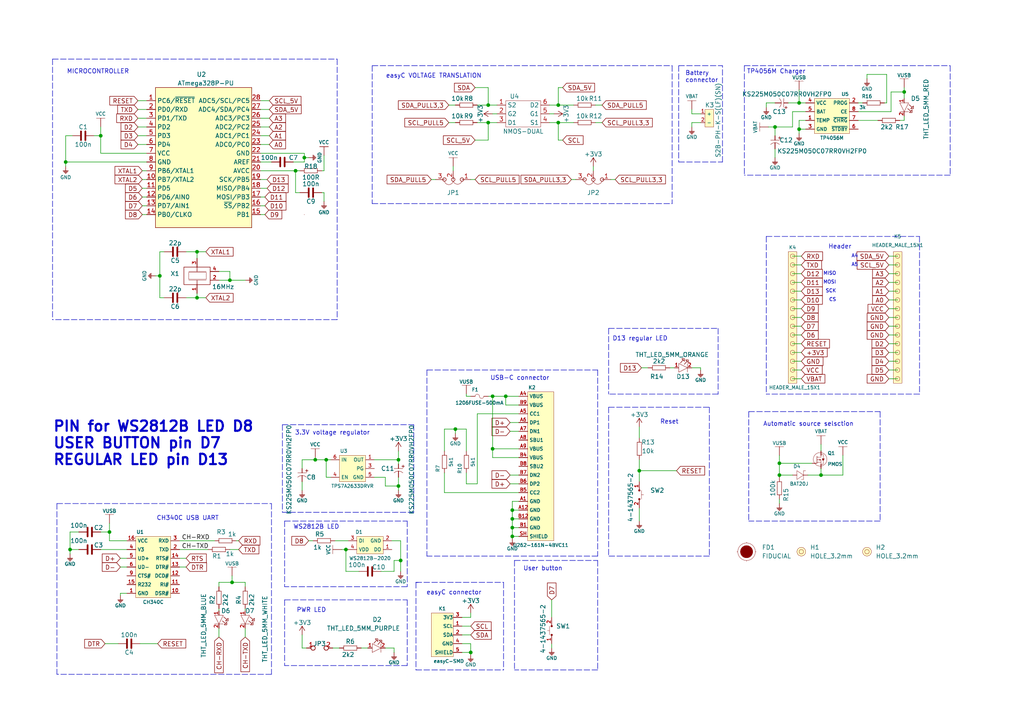
<source format=kicad_sch>
(kicad_sch (version 20211123) (generator eeschema)
  (paper "A4")
  (title_block (title "Dasduino CORE Solder kit") (date "2023-07-18") (rev "V1.1.0.") (company "Soldered Electronics") (comment 1 "333200"))
  (lib_symbols
    (symbol "GND_10" (power) (pin_names (offset 0))
      (property "Value" "GND_10" (at 0 -2.921 0))
      (symbol "GND_10_1_1"
        (pin power_in line (at 0 0 270) (length 0) hide (name "GND") (number "1"))
      )
    )
    (symbol "GND_11" (power) (pin_names (offset 0))
      (property "Value" "GND_11" (at 0 -2.921 0))
      (symbol "GND_11_1_1"
        (pin power_in line (at 0 0 270) (length 0) hide (name "GND") (number "1"))
      )
    )
    (symbol "GND_12" (power) (pin_names (offset 0))
      (property "Value" "GND_12" (at 0 -2.921 0))
      (symbol "GND_12_1_1"
        (pin power_in line (at 0 0 270) (length 0) hide (name "GND") (number "1"))
      )
    )
    (symbol "GND_13" (power) (pin_names (offset 0))
      (property "Value" "GND_13" (at 0 -2.921 0))
      (symbol "GND_13_1_1"
        (pin power_in line (at 0 0 270) (length 0) hide (name "GND") (number "1"))
      )
    )
    (symbol "GND_14" (power) (pin_names (offset 0))
      (property "Value" "GND_14" (at 0 -2.921 0))
      (symbol "GND_14_1_1"
        (pin power_in line (at 0 0 270) (length 0) hide (name "GND") (number "1"))
      )
    )
    (symbol "GND_15" (power) (pin_names (offset 0))
      (property "Value" "GND_15" (at 0 -2.921 0))
      (symbol "GND_15_1_1"
        (pin power_in line (at 0 0 270) (length 0) hide (name "GND") (number "1"))
      )
    )
    (symbol "GND_16" (power) (pin_names (offset 0))
      (property "Value" "GND_16" (at 0 -2.921 0))
      (symbol "GND_16_1_1"
        (pin power_in line (at 0 0 270) (length 0) hide (name "GND") (number "1"))
      )
    )
    (symbol "GND_17" (power) (pin_names (offset 0))
      (property "Value" "GND_17" (at 0 -2.921 0))
      (symbol "GND_17_1_1"
        (pin power_in line (at 0 0 270) (length 0) hide (name "GND") (number "1"))
      )
    )
    (symbol "GND_18" (power) (pin_names (offset 0))
      (property "Value" "GND_18" (at 0 -2.921 0))
      (symbol "GND_18_1_1"
        (pin power_in line (at 0 0 270) (length 0) hide (name "GND") (number "1"))
      )
    )
    (symbol "GND_19" (power) (pin_names (offset 0))
      (property "Value" "GND_19" (at 0 -2.921 0))
      (symbol "GND_19_1_1"
        (pin power_in line (at 0 0 270) (length 0) hide (name "GND") (number "1"))
      )
    )
    (symbol "GND_2" (power) (pin_names (offset 0))
      (property "Value" "GND_2" (at 0 -2.921 0))
      (symbol "GND_2_1_1"
        (pin power_in line (at 0 0 270) (length 0) hide (name "GND") (number "1"))
      )
    )
    (symbol "GND_3" (power) (pin_names (offset 0))
      (property "Value" "GND_3" (at 0 -2.921 0))
      (symbol "GND_3_1_1"
        (pin power_in line (at 0 0 270) (length 0) hide (name "GND") (number "1"))
      )
    )
    (symbol "GND_4" (power) (pin_names (offset 0))
      (property "Value" "GND_4" (at 0 -2.921 0))
      (symbol "GND_4_1_1"
        (pin power_in line (at 0 0 270) (length 0) hide (name "GND") (number "1"))
      )
    )
    (symbol "GND_5" (power) (pin_names (offset 0))
      (property "Value" "GND_5" (at 0 -2.921 0))
      (symbol "GND_5_1_1"
        (pin power_in line (at 0 0 270) (length 0) hide (name "GND") (number "1"))
      )
    )
    (symbol "GND_6" (power) (pin_names (offset 0))
      (property "Value" "GND_6" (at 0 -2.921 0))
      (symbol "GND_6_1_1"
        (pin power_in line (at 0 0 270) (length 0) hide (name "GND") (number "1"))
      )
    )
    (symbol "GND_7" (power) (pin_names (offset 0))
      (property "Value" "GND_7" (at 0 -2.921 0))
      (symbol "GND_7_1_1"
        (pin power_in line (at 0 0 270) (length 0) hide (name "GND") (number "1"))
      )
    )
    (symbol "GND_8" (power) (pin_names (offset 0))
      (property "Value" "GND_8" (at 0 -2.921 0))
      (symbol "GND_8_1_1"
        (pin power_in line (at 0 0 270) (length 0) hide (name "GND") (number "1"))
      )
    )
    (symbol "GND_9" (power) (pin_names (offset 0))
      (property "Value" "GND_9" (at 0 -2.921 0))
      (symbol "GND_9_1_1"
        (pin power_in line (at 0 0 270) (length 0) hide (name "GND") (number "1"))
      )
    )
    (symbol "HEADER_MALE_15X1_1" (pin_numbers hide) (pin_names hide)
      (property "Reference" "K" (at 0 20.32 0))
      (property "Value" "HEADER_MALE_15X1_1" (at 1.27 -20.32 0))
      (symbol "HEADER_MALE_15X1_1_1_1"
        (pin passive line (at 0 -17.78 180) (length 0) (name "~") (number "1"))
        (pin passive line (at 0 5.08 180) (length 0) (name "~") (number "10"))
        (pin passive line (at 0 7.62 180) (length 0) (name "~") (number "11"))
        (pin passive line (at 0 10.16 180) (length 0) (name "~") (number "12"))
        (pin passive line (at 0 12.7 180) (length 0) (name "~") (number "13"))
        (pin passive line (at 0 15.24 180) (length 0) (name "~") (number "14"))
        (pin passive line (at 0 17.78 180) (length 0) (name "~") (number "15"))
        (pin passive line (at 0 -15.24 180) (length 0) (name "~") (number "2"))
        (pin passive line (at 0 -12.7 180) (length 0) (name "~") (number "3"))
        (pin passive line (at 0 -10.16 180) (length 0) (name "~") (number "4"))
        (pin passive line (at 0 -7.62 180) (length 0) (name "~") (number "5"))
        (pin passive line (at 0 -5.08 180) (length 0) (name "~") (number "6"))
        (pin passive line (at 0 -2.54 180) (length 0) (name "~") (number "7"))
        (pin passive line (at 0 0 180) (length 0) (name "~") (number "8"))
        (pin passive line (at 0 2.54 180) (length 0) (name "~") (number "9"))
      )
    )
    (symbol "VCC_1" (power) (pin_names (offset 0))
      (property "Value" "VCC_1" (at 0 3.556 0))
      (symbol "VCC_1_1_1"
        (pin power_in line (at 0 0 90) (length 0) hide (name "VCC") (number "1"))
      )
    )
    (symbol "e-radionica.com schematics:0603R" (pin_numbers hide) (pin_names (offset 0.254))
      (property "Reference" "R" (at -1.905 1.905 0))
      (property "Value" "0603R" (at 0 -1.905 0))
      (symbol "0603R_1_1"
        (pin passive line (at -3.175 0 0) (length 1.27) (name "~") (number "1"))
        (pin passive line (at 3.175 0 180) (length 1.27) (name "~") (number "2"))
      )
    )
    (symbol "e-radionica.com schematics:0603R_1" (pin_numbers hide) (pin_names (offset 0.254))
      (property "Reference" "R" (at -1.905 1.905 0))
      (property "Value" "0603R" (at 0 -1.905 0))
      (symbol "0603R_1_1_1"
        (pin passive line (at -3.175 0 0) (length 1.27) (name "~") (number "1"))
        (pin passive line (at 3.175 0 180) (length 1.27) (name "~") (number "2"))
      )
    )
    (symbol "e-radionica.com schematics:0603R_2" (pin_numbers hide) (pin_names (offset 0.254))
      (property "Reference" "R" (at -1.905 1.905 0))
      (property "Value" "0603R" (at 0 -1.905 0))
      (symbol "0603R_2_1_1"
        (pin passive line (at -3.175 0 0) (length 1.27) (name "~") (number "1"))
        (pin passive line (at 3.175 0 180) (length 1.27) (name "~") (number "2"))
      )
    )
    (symbol "e-radionica.com schematics:1206FUSE" (pin_numbers hide) (pin_names hide)
      (property "Reference" "F" (at -1.27 1.905 0))
      (property "Value" "1206FUSE" (at 0 -1.905 0))
      (symbol "1206FUSE_1_1"
        (pin passive line (at -2.54 0 0) (length 1.27) (name "~") (number "1"))
        (pin passive line (at 2.54 0 180) (length 1.27) (name "~") (number "2"))
      )
    )
    (symbol "e-radionica.com schematics:4-1437565-2"
      (property "Reference" "SW" (at 0 2.54 0))
      (property "Value" "4-1437565-2" (at 0 -1.27 0))
      (symbol "4-1437565-2_1_1"
        (pin passive line (at -3.81 0 0) (length 2.54) (name "~") (number "1"))
        (pin passive line (at 3.81 0 180) (length 2.54) (name "~") (number "2"))
      )
    )
    (symbol "e-radionica.com schematics:ATmega328P-PU"
      (property "Reference" "U" (at 0 3.81 0))
      (property "Value" "ATmega328P-PU" (at 0 1.27 0))
      (symbol "ATmega328P-PU_1_1"
        (pin input line (at -16.51 -3.81 0) (length 2.54) (name "PC6/~{RESET}") (number "1"))
        (pin input line (at -16.51 -26.67 0) (length 2.54) (name "PB7/XTAL2") (number "10"))
        (pin input line (at -16.51 -29.21 0) (length 2.54) (name "PD5") (number "11"))
        (pin input line (at -16.51 -31.75 0) (length 2.54) (name "PD6/AIN0") (number "12"))
        (pin input line (at -16.51 -34.29 0) (length 2.54) (name "PD7/AIN1") (number "13"))
        (pin input line (at -16.51 -36.83 0) (length 2.54) (name "PB0/CLKO") (number "14"))
        (pin input line (at 16.51 -36.83 180) (length 2.54) (name "PB1") (number "15"))
        (pin input line (at 16.51 -34.29 180) (length 2.54) (name "~{SS}/PB2") (number "16"))
        (pin input line (at 16.51 -31.75 180) (length 2.54) (name "MOSI/PB3") (number "17"))
        (pin input line (at 16.51 -29.21 180) (length 2.54) (name "MISO/PB4") (number "18"))
        (pin input line (at 16.51 -26.67 180) (length 2.54) (name "SCK/PB5") (number "19"))
        (pin input line (at -16.51 -6.35 0) (length 2.54) (name "PD0/RXD") (number "2"))
        (pin input line (at 16.51 -24.13 180) (length 2.54) (name "AVCC") (number "20"))
        (pin input line (at 16.51 -21.59 180) (length 2.54) (name "AREF") (number "21"))
        (pin input line (at 16.51 -19.05 180) (length 2.54) (name "GND") (number "22"))
        (pin input line (at 16.51 -16.51 180) (length 2.54) (name "ADC0/PC0") (number "23"))
        (pin input line (at 16.51 -13.97 180) (length 2.54) (name "ADC1/PC1") (number "24"))
        (pin input line (at 16.51 -11.43 180) (length 2.54) (name "ADC2/PC2") (number "25"))
        (pin input line (at 16.51 -8.89 180) (length 2.54) (name "ADC3/PC3") (number "26"))
        (pin input line (at 16.51 -6.35 180) (length 2.54) (name "ADC4/SDA/PC4") (number "27"))
        (pin input line (at 16.51 -3.81 180) (length 2.54) (name "ADC5/SCL/PC5") (number "28"))
        (pin input line (at -16.51 -8.89 0) (length 2.54) (name "PD1/TXD") (number "3"))
        (pin input line (at -16.51 -11.43 0) (length 2.54) (name "PD2") (number "4"))
        (pin input line (at -16.51 -13.97 0) (length 2.54) (name "PD3") (number "5"))
        (pin input line (at -16.51 -16.51 0) (length 2.54) (name "PD4") (number "6"))
        (pin input line (at -16.51 -19.05 0) (length 2.54) (name "VCC") (number "7"))
        (pin input line (at -16.51 -21.59 0) (length 2.54) (name "GND") (number "8"))
        (pin input line (at -16.51 -24.13 0) (length 2.54) (name "PB6/XTAL1") (number "9"))
      )
    )
    (symbol "e-radionica.com schematics:BAT20J" (pin_numbers hide) (pin_names hide)
      (property "Reference" "D" (at 0 2.54 0))
      (property "Value" "BAT20J" (at 0 -2.54 0))
      (symbol "BAT20J_1_1"
        (pin passive line (at -1.905 0 0) (length 1.27) (name "A") (number "1"))
        (pin passive line (at 2.54 0 180) (length 1.27) (name "K") (number "2"))
      )
    )
    (symbol "e-radionica.com schematics:CH340C"
      (property "Reference" "U" (at -3.81 10.16 0))
      (property "Value" "CH340C" (at 0 -10.16 0))
      (symbol "CH340C_1_1"
        (pin passive line (at -7.62 -7.62 0) (length 2.54) (name "GND") (number "1"))
        (pin passive line (at 7.62 -7.62 180) (length 2.54) (name "DSR#") (number "10"))
        (pin passive line (at 7.62 -5.08 180) (length 2.54) (name "RI#") (number "11"))
        (pin passive line (at 7.62 -2.54 180) (length 2.54) (name "DCD#") (number "12"))
        (pin passive line (at 7.62 0 180) (length 2.54) (name "DTR#") (number "13"))
        (pin passive line (at 7.62 2.54 180) (length 2.54) (name "RTS#") (number "14"))
        (pin passive line (at -7.62 -5.08 0) (length 2.54) (name "R232") (number "15"))
        (pin passive line (at -7.62 7.62 0) (length 2.54) (name "VCC") (number "16"))
        (pin passive line (at 7.62 5.08 180) (length 2.54) (name "TXD") (number "2"))
        (pin passive line (at 7.62 7.62 180) (length 2.54) (name "RXD") (number "3"))
        (pin passive line (at -7.62 5.08 0) (length 2.54) (name "V3") (number "4"))
        (pin passive line (at -7.62 2.54 0) (length 2.54) (name "UD+") (number "5"))
        (pin passive line (at -7.62 0 0) (length 2.54) (name "UD-") (number "6"))
        (pin passive line (at -7.62 -2.54 0) (length 2.54) (name "CTS#") (number "9"))
      )
    )
    (symbol "e-radionica.com schematics:CRYSTAL_3225_4_PAD"
      (property "Reference" "X" (at 0 7.112 0))
      (property "Value" "CRYSTAL_3225_4_PAD" (at 0 5.334 0))
      (symbol "CRYSTAL_3225_4_PAD_1_1"
        (pin passive line (at -5.08 0 0) (length 2.54) (name "") (number "1"))
        (pin power_in line (at -1.27 -6.35 90) (length 2.54) (name "") (number "2"))
        (pin output line (at 5.08 0 180) (length 2.54) (name "") (number "3"))
        (pin power_in line (at 1.27 -6.35 90) (length 2.54) (name "") (number "4"))
      )
    )
    (symbol "e-radionica.com schematics:C_Ceramic_THT" (pin_numbers hide)
      (property "Reference" "C" (at 0 3.81 0))
      (property "Value" "C_Ceramic_THT" (at 0 2.54 0))
      (symbol "C_Ceramic_THT_1_1"
        (pin passive line (at -3.175 0 0) (length 2.54) (name "~") (number "1"))
        (pin passive line (at 3.175 0 180) (length 2.54) (name "~") (number "2"))
      )
    )
    (symbol "e-radionica.com schematics:FIDUCIAL" (in_bom no)
      (property "Reference" "FD" (at 0 3.81 0))
      (property "Value" "FIDUCIAL" (at 0 -3.81 0))
    )
    (symbol "e-radionica.com schematics:GND" (power) (pin_names (offset 0))
      (property "Value" "GND" (at 0 -2.921 0))
      (symbol "GND_1_1"
        (pin power_in line (at 0 0 270) (length 0) hide (name "GND") (number "1"))
      )
    )
    (symbol "e-radionica.com schematics:HEADER_MALE_15X1" (pin_numbers hide) (pin_names hide)
      (property "Reference" "K" (at 0 20.32 0))
      (property "Value" "HEADER_MALE_15X1" (at 1.27 -20.32 0))
      (symbol "HEADER_MALE_15X1_1_1"
        (pin passive line (at 0 -17.78 180) (length 0) (name "~") (number "1"))
        (pin passive line (at 0 5.08 180) (length 0) (name "~") (number "10"))
        (pin passive line (at 0 7.62 180) (length 0) (name "~") (number "11"))
        (pin passive line (at 0 10.16 180) (length 0) (name "~") (number "12"))
        (pin passive line (at 0 12.7 180) (length 0) (name "~") (number "13"))
        (pin passive line (at 0 15.24 180) (length 0) (name "~") (number "14"))
        (pin passive line (at 0 17.78 180) (length 0) (name "~") (number "15"))
        (pin passive line (at 0 -15.24 180) (length 0) (name "~") (number "2"))
        (pin passive line (at 0 -12.7 180) (length 0) (name "~") (number "3"))
        (pin passive line (at 0 -10.16 180) (length 0) (name "~") (number "4"))
        (pin passive line (at 0 -7.62 180) (length 0) (name "~") (number "5"))
        (pin passive line (at 0 -5.08 180) (length 0) (name "~") (number "6"))
        (pin passive line (at 0 -2.54 180) (length 0) (name "~") (number "7"))
        (pin passive line (at 0 0 180) (length 0) (name "~") (number "8"))
        (pin passive line (at 0 2.54 180) (length 0) (name "~") (number "9"))
      )
    )
    (symbol "e-radionica.com schematics:HOLE_3.2mm" (pin_numbers hide) (pin_names hide)
      (property "Reference" "H" (at 0 2.54 0))
      (property "Value" "HOLE_3.2mm" (at 0 -2.54 0))
    )
    (symbol "e-radionica.com schematics:KS225M050C07RR0VH2FP0" (pin_numbers hide) (pin_names hide)
      (property "Reference" "C" (at 0 2.54 0))
      (property "Value" "KS225M050C07RR0VH2FP0" (at -1.27 -2.54 0))
      (symbol "KS225M050C07RR0VH2FP0_0_0"
        (text "+" (at -0.635 1.27 0) (effects (font (size 1 1))))
      )
      (symbol "KS225M050C07RR0VH2FP0_1_1"
        (pin input line (at -1.27 0 0) (length 1.27) (name "+") (number "1"))
        (pin input line (at 2.54 0 180) (length 1.8) (name "-") (number "2"))
      )
    )
    (symbol "e-radionica.com schematics:NMOS-DUAL"
      (property "Reference" "U" (at -3.81 5.08 0))
      (property "Value" "NMOS-DUAL" (at 0 -5.08 0))
      (symbol "NMOS-DUAL_1_1"
        (pin input line (at -7.62 2.54 0) (length 2.54) (name "S2") (number "1"))
        (pin input line (at -7.62 0 0) (length 2.54) (name "G2") (number "2"))
        (pin input line (at -7.62 -2.54 0) (length 2.54) (name "D1") (number "3"))
        (pin input line (at 7.62 -2.54 180) (length 2.54) (name "S1") (number "4"))
        (pin input line (at 7.62 0 180) (length 2.54) (name "G1") (number "5"))
        (pin input line (at 7.62 2.54 180) (length 2.54) (name "D2") (number "6"))
      )
    )
    (symbol "e-radionica.com schematics:PMOS-SOT-23-3" (pin_numbers hide) (pin_names hide)
      (property "Reference" "Q" (at -0.762 3.302 0))
      (property "Value" "PMOS-SOT-23-3" (at 0.381 -4.064 0))
      (symbol "PMOS-SOT-23-3_1_1"
        (pin passive line (at -1.27 -1.016 0) (length 1.27) (name "G") (number "1"))
        (pin passive line (at 1.27 -2.54 90) (length 1.27) (name "S") (number "2"))
        (pin passive line (at 1.27 2.54 270) (length 1.27) (name "D") (number "3"))
      )
    )
    (symbol "e-radionica.com schematics:S2B-PH-K-S(LF)(SN)"
      (property "Reference" "K?" (at 0 3.81 0))
      (property "Value" "S2B-PH-K-S(LF)(SN)" (at 0 -3.81 0))
      (symbol "S2B-PH-K-S(LF)(SN)_1_1"
        (pin passive line (at 2.54 -1.27 180) (length 1.27) (name "+") (number "1"))
        (pin passive line (at 2.54 1.27 180) (length 1.27) (name "-") (number "2"))
      )
    )
    (symbol "e-radionica.com schematics:SMD_JUMPER"
      (property "Reference" "JP" (at 0 1.397 0))
      (property "Value" "SMD_JUMPER" (at 0 -2.54 0))
      (symbol "SMD_JUMPER_1_1"
        (pin passive inverted (at -3.81 0 0) (length 2.54) (name "") (number "1"))
        (pin passive inverted (at 3.81 0 180) (length 2.54) (name "") (number "2"))
      )
    )
    (symbol "e-radionica.com schematics:SMD_JUMPER_3_PAD_TRACE"
      (property "Reference" "JP" (at 0 2.54 0))
      (property "Value" "SMD_JUMPER_3_PAD_TRACE" (at 0.3048 -4.572 0))
      (symbol "SMD_JUMPER_3_PAD_TRACE_1_1"
        (pin input line (at -5.08 0 0) (length 2.54) (name "") (number "1"))
        (pin input line (at 0 -2.54 90) (length 2.54) (name "") (number "2"))
        (pin input line (at 5.08 0 180) (length 2.54) (name "") (number "3"))
      )
    )
    (symbol "e-radionica.com schematics:THT_LED_5MM_BLUE"
      (property "Reference" "D" (at 0 3.81 0))
      (property "Value" "THT_LED_5MM_BLUE" (at 0 -2.54 0))
      (symbol "THT_LED_5MM_BLUE_1_1"
        (pin passive line (at -2.54 0 0) (length 1.27) (name "") (number "1"))
        (pin passive line (at 2.54 0 180) (length 1.27) (name "") (number "2"))
      )
    )
    (symbol "e-radionica.com schematics:THT_LED_5MM_ORANGE"
      (property "Reference" "D" (at 0 4.318 0))
      (property "Value" "THT_LED_5MM_ORANGE" (at 0 -2.54 0))
      (symbol "THT_LED_5MM_ORANGE_1_1"
        (pin passive line (at -2.54 0 0) (length 1.27) (name "") (number "1"))
        (pin passive line (at 2.54 0 180) (length 1.27) (name "") (number "2"))
      )
    )
    (symbol "e-radionica.com schematics:THT_LED_5MM_PURPLE"
      (property "Reference" "D" (at 0.254 5.08 0))
      (property "Value" "THT_LED_5MM_PURPLE" (at 0 -2.794 0))
      (symbol "THT_LED_5MM_PURPLE_1_1"
        (pin passive line (at -2.54 0 0) (length 1.27) (name "") (number "1"))
        (pin passive line (at 2.54 0 180) (length 1.27) (name "") (number "2"))
      )
    )
    (symbol "e-radionica.com schematics:THT_LED_5MM_RED"
      (property "Reference" "D" (at 0 5.08 0))
      (property "Value" "THT_LED_5MM_RED" (at 0 -2.54 0))
      (symbol "THT_LED_5MM_RED_1_1"
        (pin passive line (at -2.54 0 0) (length 1.27) (name "") (number "1"))
        (pin passive line (at 2.54 0 180) (length 1.27) (name "") (number "2"))
      )
    )
    (symbol "e-radionica.com schematics:THT_LED_5MM_WHITE"
      (property "Reference" "D" (at 0 3.81 0))
      (property "Value" "THT_LED_5MM_WHITE" (at 0 -2.54 0))
      (symbol "THT_LED_5MM_WHITE_1_1"
        (pin passive line (at -2.54 0 0) (length 1.27) (name "") (number "1"))
        (pin passive line (at 2.54 0 180) (length 1.27) (name "") (number "2"))
      )
    )
    (symbol "e-radionica.com schematics:THT_OTPORNIK" (pin_numbers hide) (pin_names hide)
      (property "Reference" "R" (at -0.0508 2.8194 0))
      (property "Value" "THT_OTPORNIK" (at 0 -2.54 0))
      (symbol "THT_OTPORNIK_1_1"
        (pin passive line (at -3.175 0 0) (length 1.27) (name "~") (number "1"))
        (pin passive line (at 3.175 0 180) (length 1.27) (name "~") (number "2"))
      )
    )
    (symbol "e-radionica.com schematics:TP4056M"
      (property "Reference" "U" (at -3.81 5.08 0))
      (property "Value" "TP4056M" (at 0 -7.62 0))
      (symbol "TP4056M_1_1"
        (pin passive line (at -7.62 -2.54 0) (length 2.54) (name "TEMP") (number "1"))
        (pin passive line (at 7.62 2.54 180) (length 2.54) (name "PROG") (number "2"))
        (pin passive line (at -7.62 -5.08 0) (length 2.54) (name "GND") (number "3"))
        (pin passive line (at -7.62 2.54 0) (length 2.54) (name "VCC") (number "4"))
        (pin passive line (at -7.62 0 0) (length 2.54) (name "BAT") (number "5"))
        (pin passive line (at 7.62 -5.08 180) (length 2.54) (name "~{STDBY}") (number "6"))
        (pin passive line (at 7.62 -2.54 180) (length 2.54) (name "~{CHRG}") (number "7"))
        (pin passive line (at 7.62 0 180) (length 2.54) (name "CE") (number "8"))
      )
    )
    (symbol "e-radionica.com schematics:TPS7A2633DRVR"
      (property "Reference" "U" (at -3.175 5.08 0))
      (property "Value" "TPS7A2633DRVR" (at 0 -5.08 0))
      (symbol "TPS7A2633DRVR_1_1"
        (pin passive line (at 6.35 2.54 180) (length 2.54) (name "OUT") (number "1"))
        (pin passive line (at 6.35 0 180) (length 2.54) (name "PG") (number "3"))
        (pin passive line (at -6.35 -2.54 0) (length 2.54) (name "EN") (number "4"))
        (pin passive line (at 6.35 -2.54 180) (length 2.54) (name "GND") (number "5"))
        (pin passive line (at -6.35 2.54 0) (length 2.54) (name "IN") (number "6"))
      )
    )
    (symbol "e-radionica.com schematics:U262-161N-4BVC11"
      (property "Reference" "K" (at 0 22.86 0))
      (property "Value" "U262-161N-4BVC11" (at 2.54 -22.86 0))
      (symbol "U262-161N-4BVC11_1_1"
        (pin passive line (at -3.81 -10.16 0) (length 2.54) (name "GND") (number "A1"))
        (pin passive line (at -3.81 -12.7 0) (length 2.54) (name "GND") (number "A12"))
        (pin passive line (at -3.81 20.32 0) (length 2.54) (name "VBUS") (number "A4"))
        (pin passive line (at -3.81 15.24 0) (length 2.54) (name "CC1") (number "A5"))
        (pin passive line (at -3.81 12.7 0) (length 2.54) (name "DP1") (number "A6"))
        (pin passive line (at -3.81 10.16 0) (length 2.54) (name "DN1") (number "A7"))
        (pin passive line (at -3.81 7.62 0) (length 2.54) (name "SBU1") (number "A8"))
        (pin passive line (at -3.81 5.08 0) (length 2.54) (name "VBUS") (number "A9"))
        (pin passive line (at -3.81 -17.78 0) (length 2.54) (name "GND") (number "B1"))
        (pin passive line (at -3.81 -15.24 0) (length 2.54) (name "GND") (number "B12"))
        (pin passive line (at -3.81 2.54 0) (length 2.54) (name "VBUS") (number "B4"))
        (pin passive line (at -3.81 -7.62 0) (length 2.54) (name "CC2") (number "B5"))
        (pin passive line (at -3.81 -5.08 0) (length 2.54) (name "DP2") (number "B6"))
        (pin passive line (at -3.81 -2.54 0) (length 2.54) (name "DN2") (number "B7"))
        (pin passive line (at -3.81 0 0) (length 2.54) (name "SBU2") (number "B8"))
        (pin passive line (at -3.81 17.78 0) (length 2.54) (name "VBUS") (number "B9"))
        (pin passive line (at -3.81 -20.32 0) (length 2.54) (name "SHIELD") (number "SH"))
      )
    )
    (symbol "e-radionica.com schematics:VBAT" (power) (pin_names (offset 0))
      (property "Value" "VBAT" (at 0 3.556 0))
      (symbol "VBAT_1_1"
        (pin power_in line (at 0 0 90) (length 0) hide (name "VBAT") (number "1"))
      )
    )
    (symbol "e-radionica.com schematics:VCC" (power) (pin_names (offset 0))
      (property "Value" "VCC" (at 0 3.556 0))
      (symbol "VCC_1_1"
        (pin power_in line (at 0 0 90) (length 0) hide (name "VCC") (number "1"))
      )
    )
    (symbol "e-radionica.com schematics:VUSB" (power) (pin_names (offset 0))
      (property "Value" "VUSB" (at 0 3.556 0))
      (symbol "VUSB_1_1"
        (pin power_in line (at 0 0 90) (length 0) hide (name "VUSB") (number "1"))
      )
    )
    (symbol "e-radionica.com schematics:VUSB_1" (power) (pin_names (offset 0))
      (property "Value" "VUSB" (at 0 3.556 0))
      (symbol "VUSB_1_1_1"
        (pin power_in line (at 0 0 90) (length 0) hide (name "VUSB") (number "1"))
      )
    )
    (symbol "e-radionica.com schematics:VUSB_2" (power) (pin_names (offset 0))
      (property "Value" "VUSB" (at 0 3.556 0))
      (symbol "VUSB_2_1_1"
        (pin power_in line (at 0 0 90) (length 0) hide (name "VUSB") (number "1"))
      )
    )
    (symbol "e-radionica.com schematics:VUSB_3" (power) (pin_names (offset 0))
      (property "Value" "VUSB" (at 0 3.556 0))
      (symbol "VUSB_3_1_1"
        (pin power_in line (at 0 0 90) (length 0) hide (name "VUSB") (number "1"))
      )
    )
    (symbol "e-radionica.com schematics:VUSB_4" (power) (pin_names (offset 0))
      (property "Value" "VUSB" (at 0 3.556 0))
      (symbol "VUSB_4_1_1"
        (pin power_in line (at 0 0 90) (length 0) hide (name "VUSB") (number "1"))
      )
    )
    (symbol "e-radionica.com schematics:WS2812B-2020"
      (property "Reference" "D" (at -2.54 3.81 0))
      (property "Value" "WS2812B-2020" (at 0 -3.81 0))
      (symbol "WS2812B-2020_1_1"
        (pin passive line (at 6.35 -1.27 180) (length 2.54) (name "DO") (number "1"))
        (pin passive line (at 6.35 1.27 180) (length 2.54) (name "GND") (number "2"))
        (pin passive line (at -6.35 1.27 0) (length 2.54) (name "DI") (number "3"))
        (pin passive line (at -6.35 -1.27 0) (length 2.54) (name "VDD") (number "4"))
      )
    )
    (symbol "e-radionica.com schematics:easyC-SMD" (pin_names (offset 0.002))
      (property "Reference" "K" (at -2.54 10.16 0))
      (property "Value" "easyC-SMD" (at 0 -5.08 0))
      (symbol "easyC-SMD_1_1"
        (pin passive line (at 5.715 5.08 180) (length 2.54) (name "SCL") (number "1"))
        (pin passive line (at 5.715 2.54 180) (length 2.54) (name "SDA") (number "2"))
        (pin passive line (at 5.715 7.62 180) (length 2.54) (name "3V3") (number "3"))
        (pin passive line (at 5.715 0 180) (length 2.54) (name "GND") (number "4"))
        (pin passive line (at 5.715 -2.54 180) (length 2.54) (name "SHIELD") (number "5"))
      )
    )
    (symbol "power:+3V3" (power) (pin_names (offset 0))
      (property "Value" "+3V3" (at 0 3.556 0))
      (symbol "+3V3_1_1"
        (pin power_in line (at 0 0 90) (length 0) hide (name "+3V3") (number "1"))
      )
    )
  )
  (junction (at 88.265 45.72))
  (junction (at 238.125 137.795) (diameter 0.9144))
  (junction (at 91.44 133.35) (diameter 0.9144))
  (junction (at 20.32 159.385) (diameter 0.9144))
  (junction (at 132.08 124.46) (diameter 0.9144))
  (junction (at 141.605 35.56) (diameter 0.9144))
  (junction (at 224.79 36.83))
  (junction (at 146.685 114.935) (diameter 0.9144))
  (junction (at 85.725 49.53))
  (junction (at 148.59 153.035) (diameter 0.9144))
  (junction (at 141.605 30.48) (diameter 0.9144))
  (junction (at 100.33 159.385) (diameter 0.9144))
  (junction (at 57.15 86.36) (diameter 0.9144))
  (junction (at 262.255 26.67) (diameter 0.9144))
  (junction (at 57.15 73.025) (diameter 0.9144))
  (junction (at 29.21 39.37))
  (junction (at 115.57 140.97))
  (junction (at 148.59 150.495) (diameter 0.9144))
  (junction (at 31.75 154.305) (diameter 0.9144))
  (junction (at 116.205 162.56) (diameter 0.9144))
  (junction (at 46.355 80.01) (diameter 0.9144))
  (junction (at 148.59 147.955) (diameter 0.9144))
  (junction (at 19.05 46.99))
  (junction (at 115.57 133.35))
  (junction (at 67.31 168.91) (diameter 0.9144))
  (junction (at 231.775 37.465) (diameter 0.9144))
  (junction (at 66.675 81.28) (diameter 0.9144))
  (junction (at 142.875 130.175) (diameter 0.9144))
  (junction (at 185.42 136.525) (diameter 0.9144))
  (junction (at 161.925 30.48) (diameter 0.9144))
  (junction (at 226.06 137.795) (diameter 0.9144))
  (junction (at 136.525 189.23) (diameter 0.9144))
  (junction (at 142.875 114.935) (diameter 0.9144))
  (junction (at 148.59 155.575) (diameter 0.9144))
  (junction (at 94.615 133.35) (diameter 0.9144))
  (junction (at 226.06 134.366) (diameter 0.9144))
  (junction (at 231.775 29.845) (diameter 0.9144))
  (junction (at 161.925 35.56) (diameter 0.9144))
  (polyline (pts (xy 208.28 114.3) (xy 176.53 114.3)) (stroke (width 0) (type dash)))
  (wire (pts (xy 133.985 181.61) (xy 136.525 181.61)))
  (wire (pts (xy 114.3 162.56) (xy 116.205 162.56)))
  (wire (pts (xy 93.345 55.88) (xy 93.98 55.88)))
  (wire (pts (xy 248.92 34.925) (xy 254.635 34.925)))
  (polyline (pts (xy 217.17 119.38) (xy 255.27 119.38)) (stroke (width 0) (type dash)))
  (wire (pts (xy 133.985 184.15) (xy 136.525 184.15)))
  (wire (pts (xy 115.57 130.81) (xy 115.57 133.35)))
  (wire (pts (xy 41.275 54.61) (xy 42.545 54.61)))
  (wire (pts (xy 40.005 39.37) (xy 42.545 39.37)))
  (wire (pts (xy 138.43 140.335) (xy 138.43 120.015)))
  (wire (pts (xy 132.08 124.46) (xy 135.255 124.46)))
  (polyline (pts (xy 82.55 173.99) (xy 82.55 193.04)) (stroke (width 0) (type dash)))
  (wire (pts (xy 22.86 159.385) (xy 20.32 159.385)))
  (wire (pts (xy 88.265 45.72) (xy 89.535 45.72)))
  (wire (pts (xy 257.81 104.775) (xy 260.35 104.775)))
  (wire (pts (xy 108.585 133.35) (xy 115.57 133.35)))
  (wire (pts (xy 133.985 186.69) (xy 136.525 186.69)))
  (wire (pts (xy 229.87 89.535) (xy 232.41 89.535)))
  (wire (pts (xy 131.445 48.26) (xy 131.445 49.53)))
  (polyline (pts (xy 81.915 123.19) (xy 81.915 148.59)) (stroke (width 0) (type dash)))
  (polyline (pts (xy 118.11 173.99) (xy 118.11 193.04)) (stroke (width 0) (type dash)))
  (polyline (pts (xy 196.85 46.99) (xy 209.55 46.99)) (stroke (width 0) (type dash)))
  (wire (pts (xy 66.675 78.74) (xy 66.675 81.28)))
  (wire (pts (xy 224.79 36.83) (xy 224.79 39.37)))
  (polyline (pts (xy 176.53 95.25) (xy 176.53 114.3)) (stroke (width 0) (type dash)))
  (polyline (pts (xy 120.65 168.91) (xy 146.05 168.91)) (stroke (width 0) (type dash)))
  (wire (pts (xy 41.275 62.23) (xy 42.545 62.23)))
  (wire (pts (xy 148.59 153.035) (xy 150.495 153.035)))
  (wire (pts (xy 257.81 89.535) (xy 260.35 89.535)))
  (wire (pts (xy 57.15 85.09) (xy 57.15 86.36)))
  (wire (pts (xy 115.57 138.43) (xy 115.57 140.97)))
  (polyline (pts (xy 107.95 19.05) (xy 107.95 59.055)) (stroke (width 0) (type dash)))
  (polyline (pts (xy 123.825 107.315) (xy 123.825 161.29)) (stroke (width 0) (type dash)))
  (polyline (pts (xy 217.17 119.38) (xy 217.17 151.13)) (stroke (width 0) (type dash)))
  (polyline (pts (xy 97.79 17.145) (xy 97.79 92.71)) (stroke (width 0) (type dash)))
  (wire (pts (xy 233.68 37.465) (xy 231.775 37.465)))
  (wire (pts (xy 251.46 21.59) (xy 251.46 22.86)))
  (wire (pts (xy 75.565 36.83) (xy 78.105 36.83)))
  (wire (pts (xy 185.42 147.32) (xy 185.42 151.13)))
  (wire (pts (xy 229.87 97.155) (xy 232.41 97.155)))
  (wire (pts (xy 41.275 59.69) (xy 42.545 59.69)))
  (wire (pts (xy 126.365 52.07) (xy 125.095 52.07)))
  (polyline (pts (xy 123.825 107.315) (xy 173.355 107.315)) (stroke (width 0) (type dash)))
  (wire (pts (xy 88.9 187.96) (xy 87.63 187.96)))
  (wire (pts (xy 229.87 94.615) (xy 232.41 94.615)))
  (wire (pts (xy 31.75 154.305) (xy 31.75 151.765)))
  (polyline (pts (xy 15.24 17.145) (xy 15.24 92.71)) (stroke (width 0) (type dash)))
  (wire (pts (xy 257.81 109.855) (xy 260.35 109.855)))
  (wire (pts (xy 262.255 26.67) (xy 262.255 28.575)))
  (wire (pts (xy 87.63 133.35) (xy 91.44 133.35)))
  (wire (pts (xy 95.885 138.43) (xy 94.615 138.43)))
  (wire (pts (xy 40.005 34.29) (xy 42.545 34.29)))
  (wire (pts (xy 231.775 37.465) (xy 231.775 38.735)))
  (wire (pts (xy 85.725 49.53) (xy 86.995 49.53)))
  (wire (pts (xy 29.21 159.385) (xy 36.83 159.385)))
  (wire (pts (xy 27.305 39.37) (xy 29.21 39.37)))
  (polyline (pts (xy 255.27 119.38) (xy 255.27 151.13)) (stroke (width 0) (type dash)))
  (wire (pts (xy 19.05 46.99) (xy 19.05 48.26)))
  (wire (pts (xy 128.905 137.16) (xy 128.905 142.875)))
  (wire (pts (xy 229.87 81.915) (xy 232.41 81.915)))
  (wire (pts (xy 53.975 86.36) (xy 57.15 86.36)))
  (wire (pts (xy 248.92 29.845) (xy 250.19 29.845)))
  (wire (pts (xy 128.905 124.46) (xy 128.905 130.81)))
  (wire (pts (xy 141.605 35.56) (xy 144.145 35.56)))
  (wire (pts (xy 257.81 86.995) (xy 260.35 86.995)))
  (wire (pts (xy 150.495 155.575) (xy 148.59 155.575)))
  (wire (pts (xy 63.5 78.74) (xy 66.675 78.74)))
  (wire (pts (xy 88.265 46.99) (xy 88.265 45.72)))
  (wire (pts (xy 128.905 124.46) (xy 132.08 124.46)))
  (wire (pts (xy 260.35 107.315) (xy 257.81 107.315)))
  (wire (pts (xy 96.52 187.96) (xy 98.425 187.96)))
  (wire (pts (xy 172.72 35.56) (xy 174.625 35.56)))
  (wire (pts (xy 66.675 81.28) (xy 63.5 81.28)))
  (wire (pts (xy 142.875 130.175) (xy 150.495 130.175)))
  (wire (pts (xy 226.06 137.795) (xy 226.06 138.43)))
  (polyline (pts (xy 222.25 68.58) (xy 266.7 68.58)) (stroke (width 0) (type dash)))
  (wire (pts (xy 113.665 156.845) (xy 116.205 156.845)))
  (wire (pts (xy 29.21 44.45) (xy 42.545 44.45)))
  (wire (pts (xy 200.66 106.68) (xy 203.2 106.68)))
  (polyline (pts (xy 81.915 123.19) (xy 120.015 123.19)) (stroke (width 0) (type dash)))
  (wire (pts (xy 34.925 172.085) (xy 34.925 172.72)))
  (wire (pts (xy 147.955 137.795) (xy 150.495 137.795)))
  (wire (pts (xy 52.07 164.465) (xy 53.975 164.465)))
  (wire (pts (xy 68.58 156.845) (xy 69.215 156.845)))
  (polyline (pts (xy 194.945 19.05) (xy 194.945 59.055)) (stroke (width 0) (type dash)))
  (wire (pts (xy 89.535 156.845) (xy 90.805 156.845)))
  (wire (pts (xy 63.5 168.91) (xy 63.5 170.18)))
  (wire (pts (xy 136.525 114.935) (xy 135.255 114.935)))
  (wire (pts (xy 41.275 52.07) (xy 42.545 52.07)))
  (wire (pts (xy 257.81 81.915) (xy 260.35 81.915)))
  (wire (pts (xy 233.68 32.385) (xy 229.87 32.385)))
  (polyline (pts (xy 149.225 162.56) (xy 149.225 194.31)) (stroke (width 0) (type dash)))
  (wire (pts (xy 99.06 159.385) (xy 100.33 159.385)))
  (wire (pts (xy 260.985 34.925) (xy 262.255 34.925)))
  (wire (pts (xy 66.675 159.385) (xy 69.215 159.385)))
  (wire (pts (xy 148.59 147.955) (xy 150.495 147.955)))
  (wire (pts (xy 63.5 182.245) (xy 63.5 184.785)))
  (wire (pts (xy 115.57 133.35) (xy 115.57 134.62)))
  (wire (pts (xy 141.605 25.4) (xy 141.605 30.48)))
  (wire (pts (xy 29.21 39.37) (xy 29.21 36.83)))
  (polyline (pts (xy 196.85 19.05) (xy 196.85 46.99)) (stroke (width 0) (type dash)))
  (wire (pts (xy 146.685 114.935) (xy 150.495 114.935)))
  (wire (pts (xy 75.565 29.21) (xy 78.105 29.21)))
  (wire (pts (xy 161.925 30.48) (xy 166.37 30.48)))
  (wire (pts (xy 52.07 159.385) (xy 60.325 159.385)))
  (wire (pts (xy 148.59 153.035) (xy 148.59 155.575)))
  (wire (pts (xy 111.76 138.43) (xy 111.76 140.97)))
  (polyline (pts (xy 266.7 114.3) (xy 222.25 114.3)) (stroke (width 0) (type dash)))
  (wire (pts (xy 40.64 186.69) (xy 45.72 186.69)))
  (wire (pts (xy 257.81 97.155) (xy 260.35 97.155)))
  (polyline (pts (xy 149.225 162.56) (xy 173.355 162.56)) (stroke (width 0) (type dash)))
  (wire (pts (xy 150.495 142.875) (xy 128.905 142.875)))
  (wire (pts (xy 159.385 35.56) (xy 161.925 35.56)))
  (wire (pts (xy 135.255 137.16) (xy 135.255 140.335)))
  (wire (pts (xy 57.15 86.36) (xy 59.69 86.36)))
  (polyline (pts (xy 215.9 19.05) (xy 275.59 19.05)) (stroke (width 0) (type dash)))
  (wire (pts (xy 147.955 140.335) (xy 150.495 140.335)))
  (wire (pts (xy 116.205 156.845) (xy 116.205 162.56)))
  (polyline (pts (xy 78.74 146.05) (xy 78.74 195.58)) (stroke (width 0) (type dash)))
  (wire (pts (xy 160.02 173.99) (xy 160.02 179.07)))
  (polyline (pts (xy 120.65 168.91) (xy 120.65 194.31)) (stroke (width 0) (type dash)))
  (wire (pts (xy 75.565 62.23) (xy 76.835 62.23)))
  (wire (pts (xy 93.98 55.88) (xy 93.98 58.42)))
  (polyline (pts (xy 266.7 68.58) (xy 266.7 114.3)) (stroke (width 0) (type dash)))
  (wire (pts (xy 138.43 35.56) (xy 141.605 35.56)))
  (wire (pts (xy 185.42 123.825) (xy 185.42 127)))
  (wire (pts (xy 85.725 55.88) (xy 85.725 49.53)))
  (wire (pts (xy 185.42 136.525) (xy 185.42 139.7)))
  (wire (pts (xy 244.475 132.08) (xy 244.475 137.795)))
  (wire (pts (xy 138.43 120.015) (xy 150.495 120.015)))
  (wire (pts (xy 94.615 138.43) (xy 94.615 133.35)))
  (wire (pts (xy 40.005 36.83) (xy 42.545 36.83)))
  (wire (pts (xy 66.675 81.28) (xy 71.12 81.28)))
  (wire (pts (xy 187.96 106.68) (xy 186.055 106.68)))
  (polyline (pts (xy 16.51 146.05) (xy 78.74 146.05)) (stroke (width 0) (type dash)))
  (wire (pts (xy 226.06 132.08) (xy 226.06 134.366)))
  (wire (pts (xy 137.795 40.64) (xy 141.605 40.64)))
  (wire (pts (xy 229.87 104.775) (xy 232.41 104.775)))
  (wire (pts (xy 40.005 29.21) (xy 42.545 29.21)))
  (wire (pts (xy 147.955 122.555) (xy 150.495 122.555)))
  (wire (pts (xy 138.43 30.48) (xy 141.605 30.48)))
  (wire (pts (xy 165.735 52.07) (xy 167.005 52.07)))
  (wire (pts (xy 257.81 92.075) (xy 260.35 92.075)))
  (wire (pts (xy 75.565 49.53) (xy 85.725 49.53)))
  (wire (pts (xy 67.31 167.005) (xy 67.31 168.91)))
  (wire (pts (xy 200.66 33.02) (xy 203.2 33.02)))
  (wire (pts (xy 20.32 154.305) (xy 20.32 159.385)))
  (wire (pts (xy 229.87 74.295) (xy 232.41 74.295)))
  (wire (pts (xy 46.355 73.025) (xy 46.355 80.01)))
  (polyline (pts (xy 222.25 68.58) (xy 222.25 114.3)) (stroke (width 0) (type dash)))
  (wire (pts (xy 172.72 30.48) (xy 174.625 30.48)))
  (wire (pts (xy 150.495 132.715) (xy 142.875 132.715)))
  (wire (pts (xy 111.76 140.97) (xy 115.57 140.97)))
  (polyline (pts (xy 173.355 162.56) (xy 173.355 194.31)) (stroke (width 0) (type dash)))
  (wire (pts (xy 63.5 168.91) (xy 67.31 168.91)))
  (polyline (pts (xy 205.74 161.29) (xy 176.53 161.29)) (stroke (width 0) (type dash)))
  (wire (pts (xy 34.925 164.465) (xy 36.83 164.465)))
  (wire (pts (xy 135.255 114.935) (xy 135.255 114.3)))
  (polyline (pts (xy 173.355 194.31) (xy 149.225 194.31)) (stroke (width 0) (type dash)))
  (wire (pts (xy 75.565 46.99) (xy 78.74 46.99)))
  (wire (pts (xy 34.925 161.925) (xy 36.83 161.925)))
  (wire (pts (xy 203.2 35.56) (xy 200.66 35.56)))
  (wire (pts (xy 46.355 73.025) (xy 47.625 73.025)))
  (wire (pts (xy 200.66 33.02) (xy 200.66 31.75)))
  (wire (pts (xy 36.83 172.085) (xy 34.925 172.085)))
  (wire (pts (xy 71.12 176.53) (xy 71.12 177.165)))
  (wire (pts (xy 114.3 187.96) (xy 111.76 187.96)))
  (wire (pts (xy 71.12 168.91) (xy 67.31 168.91)))
  (wire (pts (xy 163.195 40.64) (xy 161.925 40.64)))
  (wire (pts (xy 116.205 162.56) (xy 116.205 165.735)))
  (wire (pts (xy 226.06 134.366) (xy 235.585 134.366)))
  (polyline (pts (xy 173.355 161.29) (xy 123.825 161.29)) (stroke (width 0) (type dash)))
  (wire (pts (xy 136.525 52.07) (xy 137.795 52.07)))
  (wire (pts (xy 22.86 154.305) (xy 20.32 154.305)))
  (wire (pts (xy 100.33 165.735) (xy 100.33 159.385)))
  (wire (pts (xy 172.085 49.53) (xy 172.085 48.26)))
  (wire (pts (xy 233.68 29.845) (xy 231.775 29.845)))
  (wire (pts (xy 85.09 46.99) (xy 88.265 46.99)))
  (wire (pts (xy 114.3 165.735) (xy 114.3 162.56)))
  (wire (pts (xy 110.49 165.735) (xy 114.3 165.735)))
  (wire (pts (xy 234.315 137.795) (xy 238.125 137.795)))
  (wire (pts (xy 46.355 80.01) (xy 46.355 86.36)))
  (wire (pts (xy 88.265 44.45) (xy 88.265 45.72)))
  (wire (pts (xy 71.12 182.245) (xy 71.12 184.785)))
  (wire (pts (xy 159.385 33.02) (xy 160.655 33.02)))
  (wire (pts (xy 159.385 30.48) (xy 161.925 30.48)))
  (wire (pts (xy 87.63 135.89) (xy 87.63 133.35)))
  (wire (pts (xy 137.795 25.4) (xy 141.605 25.4)))
  (wire (pts (xy 46.355 86.36) (xy 47.625 86.36)))
  (wire (pts (xy 75.565 44.45) (xy 88.265 44.45)))
  (wire (pts (xy 177.165 52.07) (xy 178.435 52.07)))
  (wire (pts (xy 75.565 54.61) (xy 77.47 54.61)))
  (wire (pts (xy 95.885 133.35) (xy 94.615 133.35)))
  (polyline (pts (xy 275.59 50.8) (xy 215.9 50.8)) (stroke (width 0) (type dash)))
  (polyline (pts (xy 120.015 148.59) (xy 81.915 148.59)) (stroke (width 0) (type dash)))
  (wire (pts (xy 142.875 130.175) (xy 142.875 114.935)))
  (polyline (pts (xy 107.95 59.055) (xy 194.945 59.055)) (stroke (width 0) (type dash)))
  (wire (pts (xy 257.81 99.695) (xy 260.35 99.695)))
  (wire (pts (xy 108.585 138.43) (xy 111.76 138.43)))
  (wire (pts (xy 130.175 35.56) (xy 132.08 35.56)))
  (wire (pts (xy 148.59 150.495) (xy 150.495 150.495)))
  (wire (pts (xy 133.985 189.23) (xy 136.525 189.23)))
  (polyline (pts (xy 205.74 118.11) (xy 205.74 161.29)) (stroke (width 0) (type dash)))
  (wire (pts (xy 228.6 29.845) (xy 231.775 29.845)))
  (wire (pts (xy 148.59 155.575) (xy 148.59 156.21)))
  (polyline (pts (xy 173.355 107.315) (xy 173.355 161.29)) (stroke (width 0) (type dash)))
  (wire (pts (xy 231.775 29.845) (xy 231.775 26.035)))
  (polyline (pts (xy 82.55 151.13) (xy 82.55 170.18)) (stroke (width 0) (type dash)))
  (wire (pts (xy 52.07 156.845) (xy 62.23 156.845)))
  (wire (pts (xy 150.495 145.415) (xy 148.59 145.415)))
  (wire (pts (xy 222.25 29.845) (xy 224.79 29.845)))
  (wire (pts (xy 222.25 29.845) (xy 222.25 31.115)))
  (wire (pts (xy 262.255 25.4) (xy 262.255 26.67)))
  (polyline (pts (xy 118.11 193.04) (xy 82.55 193.04)) (stroke (width 0) (type dash)))
  (wire (pts (xy 185.42 136.525) (xy 196.215 136.525)))
  (wire (pts (xy 148.59 147.955) (xy 148.59 150.495)))
  (wire (pts (xy 142.875 114.935) (xy 146.685 114.935)))
  (wire (pts (xy 141.605 40.64) (xy 141.605 35.56)))
  (wire (pts (xy 75.565 59.69) (xy 76.835 59.69)))
  (wire (pts (xy 86.995 55.88) (xy 85.725 55.88)))
  (wire (pts (xy 229.87 92.075) (xy 232.41 92.075)))
  (wire (pts (xy 36.83 156.845) (xy 31.75 156.845)))
  (wire (pts (xy 222.885 36.83) (xy 224.79 36.83)))
  (wire (pts (xy 238.125 137.795) (xy 244.475 137.795)))
  (wire (pts (xy 248.92 32.385) (xy 258.445 32.385)))
  (wire (pts (xy 93.98 45.085) (xy 93.98 49.53)))
  (polyline (pts (xy 120.015 123.19) (xy 120.015 148.59)) (stroke (width 0) (type dash)))
  (wire (pts (xy 20.32 159.385) (xy 20.32 160.655)))
  (wire (pts (xy 20.955 39.37) (xy 19.05 39.37)))
  (polyline (pts (xy 196.85 19.05) (xy 209.55 19.05)) (stroke (width 0) (type dash)))
  (wire (pts (xy 29.21 154.305) (xy 31.75 154.305)))
  (wire (pts (xy 29.21 44.45) (xy 29.21 39.37)))
  (polyline (pts (xy 275.59 19.05) (xy 275.59 50.8)) (stroke (width 0) (type dash)))
  (wire (pts (xy 135.255 140.335) (xy 138.43 140.335)))
  (wire (pts (xy 91.44 133.35) (xy 91.44 132.715)))
  (wire (pts (xy 231.775 34.925) (xy 231.775 37.465)))
  (wire (pts (xy 262.255 33.655) (xy 262.255 34.925)))
  (wire (pts (xy 136.525 186.69) (xy 136.525 189.23)))
  (polyline (pts (xy 15.24 17.145) (xy 97.79 17.145)) (stroke (width 0) (type dash)))
  (wire (pts (xy 45.085 80.01) (xy 46.355 80.01)))
  (wire (pts (xy 40.005 41.91) (xy 42.545 41.91)))
  (wire (pts (xy 257.81 74.295) (xy 260.35 74.295)))
  (polyline (pts (xy 255.27 151.13) (xy 217.17 151.13)) (stroke (width 0) (type dash)))
  (wire (pts (xy 229.87 79.375) (xy 232.41 79.375)))
  (wire (pts (xy 229.87 76.835) (xy 232.41 76.835)))
  (wire (pts (xy 203.2 106.68) (xy 203.2 107.315)))
  (wire (pts (xy 93.345 49.53) (xy 93.98 49.53)))
  (wire (pts (xy 163.195 25.4) (xy 161.925 25.4)))
  (wire (pts (xy 161.925 40.64) (xy 161.925 35.56)))
  (wire (pts (xy 87.63 187.96) (xy 87.63 184.15)))
  (wire (pts (xy 100.33 159.385) (xy 100.965 159.385)))
  (wire (pts (xy 229.87 32.385) (xy 229.87 36.83)))
  (wire (pts (xy 224.79 36.83) (xy 229.87 36.83)))
  (wire (pts (xy 53.975 73.025) (xy 57.15 73.025)))
  (wire (pts (xy 142.875 130.175) (xy 142.875 132.715)))
  (wire (pts (xy 142.875 33.02) (xy 144.145 33.02)))
  (wire (pts (xy 75.565 57.15) (xy 76.835 57.15)))
  (polyline (pts (xy 97.79 92.71) (xy 15.24 92.71)) (stroke (width 0) (type dash)))
  (wire (pts (xy 226.06 134.366) (xy 226.06 137.795)))
  (wire (pts (xy 41.275 49.53) (xy 42.545 49.53)))
  (wire (pts (xy 161.925 25.4) (xy 161.925 30.48)))
  (wire (pts (xy 185.42 133.35) (xy 185.42 136.525)))
  (polyline (pts (xy 208.28 95.25) (xy 208.28 114.3)) (stroke (width 0) (type dash)))
  (wire (pts (xy 75.565 52.07) (xy 77.47 52.07)))
  (wire (pts (xy 257.81 76.835) (xy 260.35 76.835)))
  (polyline (pts (xy 209.55 46.99) (xy 209.55 19.05)) (stroke (width 0) (type dash)))
  (wire (pts (xy 57.15 73.025) (xy 57.15 74.93)))
  (wire (pts (xy 115.57 140.97) (xy 115.57 142.24)))
  (wire (pts (xy 226.06 144.78) (xy 226.06 146.05)))
  (wire (pts (xy 238.125 137.795) (xy 238.125 135.89)))
  (wire (pts (xy 136.525 179.07) (xy 136.525 177.8)))
  (wire (pts (xy 141.605 114.935) (xy 142.875 114.935)))
  (polyline (pts (xy 16.51 146.05) (xy 16.51 195.58)) (stroke (width 0) (type dash)))
  (wire (pts (xy 135.255 124.46) (xy 135.255 130.81)))
  (wire (pts (xy 75.565 39.37) (xy 78.105 39.37)))
  (wire (pts (xy 226.06 137.795) (xy 229.87 137.795)))
  (wire (pts (xy 258.445 32.385) (xy 258.445 26.67)))
  (wire (pts (xy 132.08 124.46) (xy 132.08 125.73)))
  (polyline (pts (xy 120.65 194.31) (xy 146.05 194.31)) (stroke (width 0) (type dash)))
  (wire (pts (xy 257.81 79.375) (xy 260.35 79.375)))
  (wire (pts (xy 75.565 31.75) (xy 78.105 31.75)))
  (wire (pts (xy 229.87 84.455) (xy 232.41 84.455)))
  (wire (pts (xy 257.81 94.615) (xy 260.35 94.615)))
  (polyline (pts (xy 121.285 168.91) (xy 120.65 168.91)) (stroke (width 0) (type dash)))
  (wire (pts (xy 148.59 145.415) (xy 148.59 147.955)))
  (wire (pts (xy 224.79 43.18) (xy 224.79 45.72)))
  (wire (pts (xy 41.275 57.15) (xy 42.545 57.15)))
  (wire (pts (xy 148.59 150.495) (xy 148.59 153.035)))
  (wire (pts (xy 160.02 186.69) (xy 160.02 187.96)))
  (polyline (pts (xy 146.05 168.91) (xy 146.05 194.31)) (stroke (width 0) (type dash)))
  (wire (pts (xy 256.54 29.845) (xy 257.175 29.845)))
  (polyline (pts (xy 176.53 118.11) (xy 205.74 118.11)) (stroke (width 0) (type dash)))
  (wire (pts (xy 19.05 39.37) (xy 19.05 46.99)))
  (wire (pts (xy 147.955 125.095) (xy 150.495 125.095)))
  (wire (pts (xy 229.87 99.695) (xy 232.41 99.695)))
  (wire (pts (xy 40.005 31.75) (xy 42.545 31.75)))
  (polyline (pts (xy 107.95 19.05) (xy 194.945 19.05)) (stroke (width 0) (type dash)))
  (wire (pts (xy 229.87 102.235) (xy 232.41 102.235)))
  (wire (pts (xy 52.07 161.925) (xy 53.975 161.925)))
  (wire (pts (xy 229.87 86.995) (xy 232.41 86.995)))
  (wire (pts (xy 97.155 156.845) (xy 100.965 156.845)))
  (wire (pts (xy 130.175 30.48) (xy 132.08 30.48)))
  (polyline (pts (xy 176.53 118.11) (xy 176.53 161.29)) (stroke (width 0) (type dash)))
  (wire (pts (xy 136.525 189.23) (xy 136.525 189.865)))
  (wire (pts (xy 75.565 41.91) (xy 78.105 41.91)))
  (wire (pts (xy 161.925 35.56) (xy 166.37 35.56)))
  (wire (pts (xy 257.81 102.235) (xy 260.35 102.235)))
  (wire (pts (xy 229.87 109.855) (xy 232.41 109.855)))
  (wire (pts (xy 229.87 107.315) (xy 232.41 107.315)))
  (polyline (pts (xy 118.11 151.13) (xy 118.11 170.18)) (stroke (width 0) (type dash)))
  (wire (pts (xy 31.75 156.845) (xy 31.75 154.305)))
  (wire (pts (xy 104.14 165.735) (xy 100.33 165.735)))
  (wire (pts (xy 133.985 179.07) (xy 136.525 179.07)))
  (wire (pts (xy 141.605 30.48) (xy 144.145 30.48)))
  (polyline (pts (xy 78.74 195.58) (xy 16.51 195.58)) (stroke (width 0) (type dash)))
  (wire (pts (xy 233.68 34.925) (xy 231.775 34.925)))
  (wire (pts (xy 63.5 176.53) (xy 63.5 177.165)))
  (wire (pts (xy 57.15 73.025) (xy 59.69 73.025)))
  (wire (pts (xy 104.775 187.96) (xy 106.68 187.96)))
  (wire (pts (xy 30.48 186.69) (xy 34.29 186.69)))
  (wire (pts (xy 194.31 106.68) (xy 195.58 106.68)))
  (polyline (pts (xy 215.9 19.05) (xy 215.9 50.8)) (stroke (width 0) (type dash)))
  (wire (pts (xy 87.63 139.7) (xy 87.63 142.24)))
  (wire (pts (xy 257.81 84.455) (xy 260.35 84.455)))
  (wire (pts (xy 146.685 117.475) (xy 146.685 114.935)))
  (polyline (pts (xy 118.11 170.18) (xy 82.55 170.18)) (stroke (width 0) (type dash)))
  (wire (pts (xy 257.175 21.59) (xy 251.46 21.59)))
  (wire (pts (xy 200.66 35.56) (xy 200.66 36.83)))
  (wire (pts (xy 19.05 46.99) (xy 42.545 46.99)))
  (wire (pts (xy 150.495 117.475) (xy 146.685 117.475)))
  (wire (pts (xy 75.565 34.29) (xy 78.105 34.29)))
  (wire (pts (xy 71.12 168.91) (xy 71.12 170.18)))
  (wire (pts (xy 94.615 133.35) (xy 91.44 133.35)))
  (wire (pts (xy 238.125 128.905) (xy 238.125 130.81)))
  (polyline (pts (xy 82.55 151.13) (xy 118.11 151.13)) (stroke (width 0) (type dash)))
  (wire (pts (xy 114.3 189.23) (xy 114.3 187.96)))
  (polyline (pts (xy 82.55 173.99) (xy 118.11 173.99)) (stroke (width 0) (type dash)))
  (polyline (pts (xy 176.53 95.25) (xy 208.28 95.25)) (stroke (width 0) (type dash)))
  (wire (pts (xy 257.175 29.845) (xy 257.175 21.59)))
  (wire (pts (xy 258.445 26.67) (xy 262.255 26.67)))
  (text "TP4056M Charger\n" (at 233.68 21.59 180) (effects (font (size 1.27 1.27)) (justify right bottom)))
  (text "PIN for WS2812B LED D8\nUSER BUTTON pin D7\nREGULAR LED pin D13" (at 15.24 135.255 0) (effects (font (size 3 3) (thickness 0.6) bold) (justify left bottom)))
  (text "easyC connector" (at 139.7 172.72 180) (effects (font (size 1.27 1.27)) (justify right bottom)))
  (text "Automatic source selsction" (at 247.65 123.825 180) (effects (font (size 1.27 1.27)) (justify right bottom)))
  (text "Battery\nconnector" (at 198.755 24.13 0) (effects (font (size 1.27 1.27)) (justify left bottom)))
  (text "USB-C connector" (at 159.385 110.49 180) (effects (font (size 1.27 1.27)) (justify right bottom)))
  (text "A5" (at 248.92 77.47 180) (effects (font (size 1 1)) (justify right bottom)))
  (text "A4" (at 248.92 74.93 180) (effects (font (size 1 1)) (justify right bottom)))
  (text "3.3V voltage regulator" (at 107.315 126.365 180) (effects (font (size 1.27 1.27)) (justify right bottom)))
  (text "easyC VOLTAGE TRANSLATION" (at 139.7 22.86 180) (effects (font (size 1.27 1.27)) (justify right bottom)))
  (text "MICROCONTROLLER" (at 37.465 21.59 180) (effects (font (size 1.27 1.27)) (justify right bottom)))
  (text "PWR LED" (at 94.615 177.8 180) (effects (font (size 1.27 1.27)) (justify right bottom)))
  (text "Header" (at 247.015 72.39 180) (effects (font (size 1.27 1.27)) (justify right bottom)))
  (text "Reset" (at 196.85 123.19 180) (effects (font (size 1.27 1.27)) (justify right bottom)))
  (text "CH340C USB UART" (at 63.5 151.13 180) (effects (font (size 1.27 1.27)) (justify right bottom)))
  (text "SCK" (at 242.57 85.09 180) (effects (font (size 1 1)) (justify right bottom)))
  (text "User button\n" (at 163.195 165.735 180) (effects (font (size 1.27 1.27)) (justify right bottom)))
  (text "WS2812B LED" (at 98.425 153.67 180) (effects (font (size 1.27 1.27)) (justify right bottom)))
  (text "CS" (at 242.57 87.63 180) (effects (font (size 1 1)) (justify right bottom)))
  (text "D13 regular LED" (at 193.675 99.06 180) (effects (font (size 1.27 1.27)) (justify right bottom)))
  (text "MOSI" (at 242.57 82.55 180) (effects (font (size 1 1)) (justify right bottom)))
  (text "MISO" (at 242.57 80.01 180) (effects (font (size 1 1)) (justify right bottom)))
  (label "CH-TXD" (at 52.705 159.385 0))
  (label "CH-RXD" (at 52.705 156.845 0))
  (global_label "D4" (shape input) (at 257.81 104.775 180) (property "Intersheet References" "${INTERSHEET_REFS}" (effects hide)))
  (global_label "TXD" (shape input) (at 232.41 76.835 0) (property "Intersheet References" "${INTERSHEET_REFS}" (effects hide)))
  (global_label "D5" (shape input) (at 41.275 54.61 180) (property "Intersheet References" "${INTERSHEET_REFS}" (effects hide)))
  (global_label "RXD" (shape input) (at 69.215 156.845 0) (property "Intersheet References" "${INTERSHEET_REFS}" (effects hide)))
  (global_label "A0" (shape input) (at 78.105 41.91 0) (property "Intersheet References" "${INTERSHEET_REFS}" (effects hide)))
  (global_label "+3V3" (shape input) (at 232.41 102.235 0) (property "Intersheet References" "${INTERSHEET_REFS}" (effects hide)))
  (global_label "D8" (shape input) (at 41.275 62.23 180) (property "Intersheet References" "${INTERSHEET_REFS}" (effects hide)))
  (global_label "SCL_PULL3,3" (shape input) (at 178.435 52.07 0) (property "Intersheet References" "${INTERSHEET_REFS}" (effects hide)))
  (global_label "RESET" (shape input) (at 45.72 186.69 0) (property "Intersheet References" "${INTERSHEET_REFS}" (effects hide)))
  (global_label "SDA_5V" (shape input) (at 78.105 31.75 0) (property "Intersheet References" "${INTERSHEET_REFS}" (effects hide)))
  (global_label "SDA_PULL3,3" (shape input) (at 165.735 52.07 180) (property "Intersheet References" "${INTERSHEET_REFS}" (effects hide)))
  (global_label "A3" (shape input) (at 257.81 79.375 180) (property "Intersheet References" "${INTERSHEET_REFS}" (effects hide)))
  (global_label "SDA_PULL5" (shape input) (at 174.625 30.48 0) (property "Intersheet References" "${INTERSHEET_REFS}" (effects hide)))
  (global_label "XTAL1" (shape input) (at 59.69 73.025 0) (property "Intersheet References" "${INTERSHEET_REFS}" (effects hide)))
  (global_label "D-" (shape input) (at 34.925 164.465 180) (property "Intersheet References" "${INTERSHEET_REFS}" (effects hide)))
  (global_label "VCC" (shape input) (at 232.41 107.315 0) (property "Intersheet References" "${INTERSHEET_REFS}" (effects hide)))
  (global_label "D9" (shape input) (at 76.835 62.23 0) (property "Intersheet References" "${INTERSHEET_REFS}" (effects hide)))
  (global_label "SCL_PULL5" (shape input) (at 130.175 35.56 180) (property "Intersheet References" "${INTERSHEET_REFS}" (effects hide)))
  (global_label "RXD" (shape input) (at 232.41 74.295 0) (property "Intersheet References" "${INTERSHEET_REFS}" (effects hide)))
  (global_label "DTR" (shape input) (at 30.48 186.69 180) (property "Intersheet References" "${INTERSHEET_REFS}" (effects hide)))
  (global_label "GND" (shape input) (at 257.81 94.615 180) (property "Intersheet References" "${INTERSHEET_REFS}" (effects hide)))
  (global_label "GND" (shape input) (at 257.81 97.155 180) (property "Intersheet References" "${INTERSHEET_REFS}" (effects hide)))
  (global_label "VBAT" (shape input) (at 232.41 109.855 0) (property "Intersheet References" "${INTERSHEET_REFS}" (effects hide)))
  (global_label "SCL_5V" (shape input) (at 257.81 76.835 180) (property "Intersheet References" "${INTERSHEET_REFS}" (effects hide)))
  (global_label "CH-TXD" (shape input) (at 71.12 184.785 270) (property "Intersheet References" "${INTERSHEET_REFS}" (effects hide)))
  (global_label "SCL_PULL5" (shape input) (at 137.795 52.07 0) (property "Intersheet References" "${INTERSHEET_REFS}" (effects hide)))
  (global_label "SCL" (shape input) (at 163.195 40.64 0) (property "Intersheet References" "${INTERSHEET_REFS}" (effects hide)))
  (global_label "SDA" (shape input) (at 136.525 184.15 0) (property "Intersheet References" "${INTERSHEET_REFS}" (effects hide)))
  (global_label "D8" (shape input) (at 89.535 156.845 180) (property "Intersheet References" "${INTERSHEET_REFS}" (effects hide)))
  (global_label "A0" (shape input) (at 257.81 86.995 180) (property "Intersheet References" "${INTERSHEET_REFS}" (effects hide)))
  (global_label "SCL" (shape input) (at 136.525 181.61 0) (property "Intersheet References" "${INTERSHEET_REFS}" (effects hide)))
  (global_label "D10" (shape input) (at 232.41 86.995 0) (property "Intersheet References" "${INTERSHEET_REFS}" (effects hide)))
  (global_label "GND" (shape input) (at 232.41 104.775 0) (property "Intersheet References" "${INTERSHEET_REFS}" (effects hide)))
  (global_label "D+" (shape input) (at 147.955 122.555 180) (property "Intersheet References" "${INTERSHEET_REFS}" (effects hide)))
  (global_label "SDA_5V" (shape input) (at 257.81 74.295 180) (property "Intersheet References" "${INTERSHEET_REFS}" (effects hide)))
  (global_label "CH-RXD" (shape input) (at 63.5 184.785 270) (property "Intersheet References" "${INTERSHEET_REFS}" (effects hide)))
  (global_label "D13" (shape input) (at 232.41 84.455 0) (property "Intersheet References" "${INTERSHEET_REFS}" (effects hide)))
  (global_label "D7" (shape input) (at 160.02 173.99 90) (property "Intersheet References" "${INTERSHEET_REFS}" (effects hide)))
  (global_label "XTAL2" (shape input) (at 59.69 86.36 0) (property "Intersheet References" "${INTERSHEET_REFS}" (effects hide)))
  (global_label "SCL_PULL3,3" (shape input) (at 174.625 35.56 0) (property "Intersheet References" "${INTERSHEET_REFS}" (effects hide)))
  (global_label "A2" (shape input) (at 78.105 36.83 0) (property "Intersheet References" "${INTERSHEET_REFS}" (effects hide)))
  (global_label "RESET" (shape input) (at 40.005 29.21 180) (property "Intersheet References" "${INTERSHEET_REFS}" (effects hide)))
  (global_label "SDA_5V" (shape input) (at 163.195 25.4 0) (property "Intersheet References" "${INTERSHEET_REFS}" (effects hide)))
  (global_label "D-" (shape input) (at 147.955 137.795 180) (property "Intersheet References" "${INTERSHEET_REFS}" (effects hide)))
  (global_label "XTAL2" (shape input) (at 41.275 52.07 180) (property "Intersheet References" "${INTERSHEET_REFS}" (effects hide)))
  (global_label "D11" (shape input) (at 76.835 57.15 0) (property "Intersheet References" "${INTERSHEET_REFS}" (effects hide)))
  (global_label "SDA_PULL3,3" (shape input) (at 130.175 30.48 180) (property "Intersheet References" "${INTERSHEET_REFS}" (effects hide)))
  (global_label "RESET" (shape input) (at 232.41 99.695 0) (property "Intersheet References" "${INTERSHEET_REFS}" (effects hide)))
  (global_label "XTAL1" (shape input) (at 41.275 49.53 180) (property "Intersheet References" "${INTERSHEET_REFS}" (effects hide)))
  (global_label "D2" (shape input) (at 257.81 99.695 180) (property "Intersheet References" "${INTERSHEET_REFS}" (effects hide)))
  (global_label "D-" (shape input) (at 147.955 125.095 180) (property "Intersheet References" "${INTERSHEET_REFS}" (effects hide)))
  (global_label "D7" (shape input) (at 232.41 94.615 0) (property "Intersheet References" "${INTERSHEET_REFS}" (effects hide)))
  (global_label "D13" (shape input) (at 186.055 106.68 180) (property "Intersheet References" "${INTERSHEET_REFS}" (effects hide)))
  (global_label "D12" (shape input) (at 77.47 54.61 0) (property "Intersheet References" "${INTERSHEET_REFS}" (effects hide)))
  (global_label "D13" (shape input) (at 77.47 52.07 0) (property "Intersheet References" "${INTERSHEET_REFS}" (effects hide)))
  (global_label "D6" (shape input) (at 232.41 97.155 0) (property "Intersheet References" "${INTERSHEET_REFS}" (effects hide)))
  (global_label "D11" (shape input) (at 232.41 81.915 0) (property "Intersheet References" "${INTERSHEET_REFS}" (effects hide)))
  (global_label "A2" (shape input) (at 257.81 81.915 180) (property "Intersheet References" "${INTERSHEET_REFS}" (effects hide)))
  (global_label "D5" (shape input) (at 257.81 107.315 180) (property "Intersheet References" "${INTERSHEET_REFS}" (effects hide)))
  (global_label "SDA_PULL5" (shape input) (at 125.095 52.07 180) (property "Intersheet References" "${INTERSHEET_REFS}" (effects hide)))
  (global_label "D7" (shape input) (at 41.275 59.69 180) (property "Intersheet References" "${INTERSHEET_REFS}" (effects hide)))
  (global_label "SDA" (shape input) (at 137.795 25.4 180) (property "Intersheet References" "${INTERSHEET_REFS}" (effects hide)))
  (global_label "D6" (shape input) (at 41.275 57.15 180) (property "Intersheet References" "${INTERSHEET_REFS}" (effects hide)))
  (global_label "A1" (shape input) (at 257.81 84.455 180) (property "Intersheet References" "${INTERSHEET_REFS}" (effects hide)))
  (global_label "RXD" (shape input) (at 40.005 34.29 180) (property "Intersheet References" "${INTERSHEET_REFS}" (effects hide)))
  (global_label "SCL_5V" (shape input) (at 137.795 40.64 180) (property "Intersheet References" "${INTERSHEET_REFS}" (effects hide)))
  (global_label "GND" (shape input) (at 257.81 109.855 180) (property "Intersheet References" "${INTERSHEET_REFS}" (effects hide)))
  (global_label "D+" (shape input) (at 34.925 161.925 180) (property "Intersheet References" "${INTERSHEET_REFS}" (effects hide)))
  (global_label "D3" (shape input) (at 257.81 102.235 180) (property "Intersheet References" "${INTERSHEET_REFS}" (effects hide)))
  (global_label "D8" (shape input) (at 232.41 92.075 0) (property "Intersheet References" "${INTERSHEET_REFS}" (effects hide)))
  (global_label "D2" (shape input) (at 40.005 36.83 180) (property "Intersheet References" "${INTERSHEET_REFS}" (effects hide)))
  (global_label "D+" (shape input) (at 147.955 140.335 180) (property "Intersheet References" "${INTERSHEET_REFS}" (effects hide)))
  (global_label "A3" (shape input) (at 78.105 34.29 0) (property "Intersheet References" "${INTERSHEET_REFS}" (effects hide)))
  (global_label "A1" (shape input) (at 78.105 39.37 0) (property "Intersheet References" "${INTERSHEET_REFS}" (effects hide)))
  (global_label "D9" (shape input) (at 232.41 89.535 0) (property "Intersheet References" "${INTERSHEET_REFS}" (effects hide)))
  (global_label "DTR" (shape input) (at 53.975 164.465 0) (property "Intersheet References" "${INTERSHEET_REFS}" (effects hide)))
  (global_label "TXD" (shape input) (at 40.005 31.75 180) (property "Intersheet References" "${INTERSHEET_REFS}" (effects hide)))
  (global_label "GND" (shape input) (at 257.81 92.075 180) (property "Intersheet References" "${INTERSHEET_REFS}" (effects hide)))
  (global_label "D10" (shape input) (at 76.835 59.69 0) (property "Intersheet References" "${INTERSHEET_REFS}" (effects hide)))
  (global_label "TXD" (shape input) (at 69.215 159.385 0) (property "Intersheet References" "${INTERSHEET_REFS}" (effects hide)))
  (global_label "D12" (shape input) (at 232.41 79.375 0) (property "Intersheet References" "${INTERSHEET_REFS}" (effects hide)))
  (global_label "RESET" (shape input) (at 196.215 136.525 0) (property "Intersheet References" "${INTERSHEET_REFS}" (effects hide)))
  (global_label "SCL_5V" (shape input) (at 78.105 29.21 0) (property "Intersheet References" "${INTERSHEET_REFS}" (effects hide)))
  (global_label "RTS" (shape input) (at 53.975 161.925 0) (property "Intersheet References" "${INTERSHEET_REFS}" (effects hide)))
  (global_label "D3" (shape input) (at 40.005 39.37 180) (property "Intersheet References" "${INTERSHEET_REFS}" (effects hide)))
  (global_label "D4" (shape input) (at 40.005 41.91 180) (property "Intersheet References" "${INTERSHEET_REFS}" (effects hide)))
  (global_label "VCC" (shape input) (at 257.81 89.535 180) (property "Intersheet References" "${INTERSHEET_REFS}" (effects hide)))
  (symbol (lib_id "e-radionica.com schematics:THT_OTPORNIK") (at 257.81 34.925 0) (unit 1)
    (property "Reference" "R17" (at 261.62 36.83 0))
    (property "Value" "2k2" (at 257.175 36.83 0))
    (property "Footprint" "e-radionica.com footprinti:THT OTPORNIK" (effects hide))
  )
  (symbol (lib_id "e-radionica.com schematics:THT_LED_5MM_PURPLE") (at 109.22 187.96 0) (unit 1)
    (property "Reference" "D2" (at 109.3601 179.705 0))
    (property "Value" "THT_LED_5MM_PURPLE" (at 105.41 182.245 0))
    (property "Footprint" "e-radionica.com footprinti:THT LED 5mm PURPLE" (effects hide))
  )
  (symbol (lib_name "e-radionica.com schematics:VUSB_2") (lib_id "e-radionica.com schematics:VUSB") (at 226.06 132.08 0) (unit 1)
    (property "Reference" "#PWR0102" (effects hide))
    (property "Value" "VUSB" (at 226.06 128.524 0) (effects (font (size 1 1))))
  )
  (symbol (lib_id "e-radionica.com schematics:THT_LED_5MM_ORANGE") (at 198.12 106.68 0) (unit 1)
    (property "Reference" "D13" (at 198.12 109.22 0))
    (property "Value" "THT_LED_5MM_ORANGE" (at 194.945 102.87 0))
    (property "Footprint" "e-radionica.com footprinti:THT LED 5mm ORANGE" (effects hide))
  )
  (symbol (lib_name "GND_11") (lib_id "e-radionica.com schematics:GND") (at 160.02 187.96 0) (unit 1)
    (property "Reference" "#PWR0120" (effects hide))
    (property "Value" "GND" (at 160.02 190.881 0) (effects (font (size 1 1))))
  )
  (symbol (lib_id "e-radionica.com schematics:FIDUCIAL") (at 216.535 160.02 0) (unit 1) (in_bom no)
    (property "Reference" "FD1" (at 220.98 158.7499 0) (effects (justify left)))
    (property "Value" "FIDUCIAL" (at 220.98 161.2899 0) (effects (justify left)))
    (property "Footprint" "e-radionica.com footprinti:FIDUCIAL_23" (effects hide))
  )
  (symbol (lib_id "e-radionica.com schematics:VUSB") (at 231.775 26.035 0) (unit 1)
    (property "Reference" "#PWR0113" (effects hide))
    (property "Value" "VUSB" (at 231.775 22.479 0) (effects (font (size 1 1))))
  )
  (symbol (lib_id "e-radionica.com schematics:CRYSTAL_3225_4_PAD") (at 57.15 80.01 90) (unit 1)
    (property "Reference" "X1" (at 52.07 79.3749 90) (effects (justify left)))
    (property "Value" "16MHz" (at 67.945 83.1849 90) (effects (justify left)))
    (property "Footprint" "e-radionica.com footprinti:CRYSTAL_3225__4_PAD" (effects hide))
  )
  (symbol (lib_id "power:+3V3") (at 160.655 33.02 270) (unit 1)
    (property "Reference" "#PWR0114" (effects hide))
    (property "Value" "+3V3" (at 164.211 33.02 0))
  )
  (symbol (lib_id "e-radionica.com schematics:HOLE_3.2mm") (at 232.41 160.02 0) (unit 1)
    (property "Reference" "H1" (at 234.95 158.75 0) (effects (justify left)))
    (property "Value" "HOLE_3.2mm" (at 234.95 161.29 0) (effects (justify left)))
    (property "Footprint" "e-radionica.com footprinti:HOLE_3.2mm" (effects hide))
  )
  (symbol (lib_id "e-radionica.com schematics:KS225M050C07RR0VH2FP0") (at 227.33 29.845 180) (unit 1)
    (property "Reference" "C13" (at 227.965 32.385 0) (effects (justify left)))
    (property "Value" "KS225M050C07RR0VH2FP0" (at 241.3 27.305 0) (effects (justify left)))
    (property "Footprint" "e-radionica.com footprinti:KS225M050C07RR0VH2FP0" (effects hide))
  )
  (symbol (lib_id "e-radionica.com schematics:THT_OTPORNIK") (at 169.545 30.48 0) (unit 1)
    (property "Reference" "R11" (at 172.72 28.575 0))
    (property "Value" "10k" (at 168.91 28.575 0))
    (property "Footprint" "e-radionica.com footprinti:THT OTPORNIK" (effects hide))
  )
  (symbol (lib_id "power:+3V3") (at 87.63 184.15 0) (unit 1)
    (property "Reference" "#PWR0132" (effects hide))
    (property "Value" "+3V3" (at 87.63 180.594 0))
  )
  (symbol (lib_id "e-radionica.com schematics:C_Ceramic_THT") (at 26.035 159.385 0) (unit 1)
    (property "Reference" "C3" (at 28.575 158.115 0))
    (property "Value" "100n" (at 22.86 156.845 0))
    (property "Footprint" "e-radionica.com footprinti:C_Ceramic_THT_5mm" (effects hide))
  )
  (symbol (lib_id "e-radionica.com schematics:BAT20J") (at 231.775 137.795 0) (unit 1)
    (property "Reference" "D4" (at 231.14 135.255 0) (effects (font (size 1 1))))
    (property "Value" "BAT20J" (at 231.775 140.335 0) (effects (font (size 1 1))))
    (property "Footprint" "e-radionica.com footprinti:SOD-323" (effects hide))
  )
  (symbol (lib_id "e-radionica.com schematics:TPS7A2633DRVR") (at 102.235 135.89 0) (unit 1)
    (property "Reference" "U3" (at 99.695 130.81 0) (effects (font (size 1 1))))
    (property "Value" "TPS7A2633DRVR" (at 102.235 140.97 0) (effects (font (size 1 1))))
    (property "Footprint" "e-radionica.com footprinti:TPS7A2633DRVR" (effects hide))
  )
  (symbol (lib_id "e-radionica.com schematics:1206FUSE") (at 139.065 114.935 0) (unit 1)
    (property "Reference" "F1" (at 137.795 113.03 0) (effects (font (size 1 1))))
    (property "Value" "1206FUSE-500mA" (at 139.065 116.84 0) (effects (font (size 1 1))))
    (property "Footprint" "e-radionica.com footprinti:1206FUSE" (effects hide))
  )
  (symbol (lib_id "e-radionica.com schematics:CH340C") (at 44.45 164.465 0) (unit 1)
    (property "Reference" "U1" (at 40.64 154.305 0) (effects (font (size 1 1))))
    (property "Value" "CH340C" (at 44.45 174.625 0) (effects (font (size 1 1))))
    (property "Footprint" "e-radionica.com footprinti:SOP-16" (effects hide))
  )
  (symbol (lib_name "GND_6") (lib_id "e-radionica.com schematics:GND") (at 200.66 36.83 0) (unit 1)
    (property "Reference" "#PWR0106" (effects hide))
    (property "Value" "GND" (at 200.66 39.751 0) (effects (font (size 1 1))))
  )
  (symbol (lib_id "e-radionica.com schematics:VBAT") (at 200.66 31.75 0) (unit 1)
    (property "Reference" "#PWR0107" (effects hide))
    (property "Value" "VBAT" (at 200.66 27.94 0) (effects (font (size 1 1))))
  )
  (symbol (lib_id "power:+3V3") (at 172.085 48.26 0) (unit 1)
    (property "Reference" "#PWR0115" (effects hide))
    (property "Value" "+3V3" (at 172.085 44.704 0))
  )
  (symbol (lib_id "e-radionica.com schematics:THT_OTPORNIK") (at 90.17 49.53 180) (unit 1)
    (property "Reference" "R18" (at 90.17 48.26 0))
    (property "Value" "100R" (at 90.17 51.435 0))
    (property "Footprint" "e-radionica.com footprinti:THT OTPORNIK" (effects hide))
  )
  (symbol (lib_id "e-radionica.com schematics:SMD_JUMPER") (at 92.71 187.96 0) (unit 1)
    (property "Reference" "JP3" (at 92.71 186.69 0))
    (property "Value" "SMD_JUMPER" (effects hide))
    (property "Footprint" "e-radionica.com footprinti:SMD_JUMPER" (effects hide))
  )
  (symbol (lib_id "e-radionica.com schematics:GND") (at 34.925 172.72 0) (unit 1)
    (property "Reference" "#PWR0140" (effects hide))
    (property "Value" "GND" (at 34.925 175.641 0) (effects (font (size 1 1))))
  )
  (symbol (lib_id "e-radionica.com schematics:C_Ceramic_THT") (at 26.035 154.305 0) (unit 1)
    (property "Reference" "C2" (at 28.575 153.035 0))
    (property "Value" "100n" (at 22.86 152.4 0))
    (property "Footprint" "e-radionica.com footprinti:C_Ceramic_THT_5mm" (effects hide))
  )
  (symbol (lib_id "e-radionica.com schematics:WS2812B-2020") (at 107.315 158.115 0) (unit 1)
    (property "Reference" "D1" (at 104.14 154.305 0) (effects (font (size 1 1))))
    (property "Value" "WS2812B-2020" (at 107.315 161.925 0) (effects (font (size 1 1))))
    (property "Footprint" "e-radionica.com footprinti:WS2812B-2020" (effects hide))
  )
  (symbol (lib_name "GND_17") (lib_id "e-radionica.com schematics:GND") (at 116.205 165.735 0) (unit 1)
    (property "Reference" "#PWR0130" (effects hide))
    (property "Value" "GND" (at 116.205 168.656 0) (effects (font (size 1 1))))
  )
  (symbol (lib_name "e-radionica.com schematics:0603R_1") (lib_id "e-radionica.com schematics:0603R") (at 135.255 133.985 90) (unit 1)
    (property "Reference" "R10" (at 133.35 135.89 0) (effects (font (size 1 1))))
    (property "Value" "5k1" (at 137.16 133.985 0) (effects (font (size 1 1))))
    (property "Footprint" "e-radionica.com footprinti:0603R" (effects hide))
  )
  (symbol (lib_id "e-radionica.com schematics:THT_LED_5MM_RED") (at 262.255 31.115 270) (unit 1)
    (property "Reference" "D5" (at 264.16 28.575 90) (effects (justify left)))
    (property "Value" "THT_LED_5MM_RED" (at 268.605 22.86 0) (effects (justify left)))
    (property "Footprint" "e-radionica.com footprinti:THT LED 5mm RED" (effects hide))
  )
  (symbol (lib_id "e-radionica.com schematics:GND") (at 71.12 81.28 90) (unit 1)
    (property "Reference" "#PWR0137" (effects hide))
    (property "Value" "GND" (at 74.295 81.28 0) (effects (font (size 1 1))))
  )
  (symbol (lib_id "e-radionica.com schematics:THT_OTPORNIK") (at 101.6 187.96 0) (unit 1)
    (property "Reference" "R6" (at 101.6 186.055 0))
    (property "Value" "2k2" (at 100.965 189.865 0))
    (property "Footprint" "e-radionica.com footprinti:THT OTPORNIK" (effects hide))
  )
  (symbol (lib_id "e-radionica.com schematics:VBAT") (at 222.885 36.83 90) (unit 1)
    (property "Reference" "#PWR0110" (effects hide))
    (property "Value" "VBAT" (at 219.075 36.83 0) (effects (font (size 1 1))))
  )
  (symbol (lib_id "e-radionica.com schematics:C_Ceramic_THT") (at 81.915 46.99 0) (unit 1)
    (property "Reference" "C7" (at 85.09 45.72 0))
    (property "Value" "100n" (at 78.105 45.72 0))
    (property "Footprint" "e-radionica.com footprinti:C_Ceramic_THT_5mm" (effects hide))
  )
  (symbol (lib_id "e-radionica.com schematics:easyC-SMD") (at 128.27 186.69 0) (unit 1)
    (property "Reference" "K1" (at 128.27 176.53 0) (effects (font (size 1 1))))
    (property "Value" "easyC-SMD" (at 130.175 191.77 0) (effects (font (size 1 1))))
    (property "Footprint" "e-radionica.com footprinti:easyC-connector" (effects hide))
  )
  (symbol (lib_id "e-radionica.com schematics:C_Ceramic_THT") (at 37.465 186.69 0) (unit 1)
    (property "Reference" "C4" (at 37.465 189.23 0))
    (property "Value" "100n" (at 37.465 184.15 0))
    (property "Footprint" "e-radionica.com footprinti:C_Ceramic_THT_5mm" (effects hide))
  )
  (symbol (lib_id "e-radionica.com schematics:HOLE_3.2mm") (at 251.46 160.02 0) (unit 1)
    (property "Reference" "H2" (at 254 158.75 0) (effects (justify left)))
    (property "Value" "HOLE_3.2mm" (at 254 161.29 0) (effects (justify left)))
    (property "Footprint" "e-radionica.com footprinti:HOLE_3.2mm" (effects hide))
  )
  (symbol (lib_id "e-radionica.com schematics:KS225M050C07RR0VH2FP0") (at 115.57 135.89 270) (unit 1)
    (property "Reference" "C11" (at 110.49 135.89 90) (effects (justify left)))
    (property "Value" "KS225M050C07RR0VH2FP0" (at 119.38 123.19 0) (effects (justify left)))
    (property "Footprint" "e-radionica.com footprinti:KS225M050C07RR0VH2FP0" (effects hide))
  )
  (symbol (lib_name "GND_14") (lib_id "e-radionica.com schematics:GND") (at 132.08 125.73 0) (unit 1)
    (property "Reference" "#PWR0123" (effects hide))
    (property "Value" "GND" (at 132.08 128.651 0) (effects (font (size 1 1))))
  )
  (symbol (lib_id "e-radionica.com schematics:KS225M050C07RR0VH2FP0") (at 224.79 40.64 270) (unit 1)
    (property "Reference" "C12" (at 226.06 40.64 90) (effects (justify left)))
    (property "Value" "KS225M050C07RR0VH2FP0" (at 225.425 43.815 90) (effects (justify left)))
    (property "Footprint" "e-radionica.com footprinti:KS225M050C07RR0VH2FP0" (effects hide))
  )
  (symbol (lib_id "e-radionica.com schematics:THT_OTPORNIK") (at 63.5 173.355 90) (unit 1)
    (property "Reference" "R2" (at 61.595 173.99 0))
    (property "Value" "2k2" (at 65.405 173.99 0))
    (property "Footprint" "e-radionica.com footprinti:THT OTPORNIK" (effects hide))
  )
  (symbol (lib_id "e-radionica.com schematics:THT_OTPORNIK") (at 226.06 141.605 270) (unit 1)
    (property "Reference" "R15" (at 227.965 143.51 0))
    (property "Value" "100k" (at 224.155 141.605 0))
    (property "Footprint" "e-radionica.com footprinti:THT OTPORNIK" (effects hide))
  )
  (symbol (lib_id "e-radionica.com schematics:PMOS-SOT-23-3") (at 236.855 133.35 0) (unit 1)
    (property "Reference" "Q1" (at 240.03 131.445 0) (effects (font (size 1 1)) (justify left)))
    (property "Value" "PMOS" (at 240.03 134.62 0) (effects (font (size 1 1)) (justify left)))
    (property "Footprint" "e-radionica.com footprinti:SOT-23-3" (effects hide))
  )
  (symbol (lib_name "GND_10") (lib_id "e-radionica.com schematics:GND") (at 185.42 151.13 0) (unit 1)
    (property "Reference" "#PWR0118" (effects hide))
    (property "Value" "GND" (at 185.42 154.051 0) (effects (font (size 1 1))))
  )
  (symbol (lib_name "GND_16") (lib_id "e-radionica.com schematics:GND") (at 87.63 142.24 0) (unit 1)
    (property "Reference" "#PWR0126" (effects hide))
    (property "Value" "GND" (at 87.63 145.161 0) (effects (font (size 1 1))))
  )
  (symbol (lib_id "e-radionica.com schematics:KS225M050C07RR0VH2FP0") (at 87.63 137.16 270) (unit 1)
    (property "Reference" "C8" (at 88.9 138.43 90) (effects (justify left)))
    (property "Value" "KS225M050C07RR0VH2FP0" (at 83.82 123.19 0) (effects (justify left)))
    (property "Footprint" "e-radionica.com footprinti:KS225M050C07RR0VH2FP0" (effects hide))
  )
  (symbol (lib_name "e-radionica.com schematics:VUSB_4") (lib_id "e-radionica.com schematics:VUSB") (at 262.255 25.4 0) (unit 1)
    (property "Reference" "#PWR0109" (effects hide))
    (property "Value" "VUSB" (at 262.255 21.844 0) (effects (font (size 1 1))))
  )
  (symbol (lib_id "e-radionica.com schematics:SMD_JUMPER_3_PAD_TRACE") (at 131.445 52.07 180) (unit 1)
    (property "Reference" "JP1" (at 131.445 55.88 0))
    (property "Value" "SMD_JUMPER_3_PAD_TRACE" (effects hide))
    (property "Footprint" "e-radionica.com footprinti:SMD_JUMPER_3_PAD_TRACE" (effects hide))
  )
  (symbol (lib_id "e-radionica.com schematics:GND") (at 20.32 160.655 0) (unit 1)
    (property "Reference" "#PWR0142" (effects hide))
    (property "Value" "GND" (at 20.32 163.576 0) (effects (font (size 1 1))))
  )
  (symbol (lib_name "HEADER_MALE_15X1_1") (lib_id "e-radionica.com schematics:HEADER_MALE_15X1") (at 260.35 92.075 0) (unit 1)
    (property "Reference" "K5" (at 260.35 68.58 0) (effects (font (size 1 1))))
    (property "Value" "HEADER_MALE_15X1" (at 260.35 71.12 0) (effects (font (size 1 1))))
    (property "Footprint" "e-radionica.com footprinti:HEADER_MALE_15X1" (effects hide))
  )
  (symbol (lib_id "power:+3V3") (at 185.42 123.825 0) (unit 1)
    (property "Reference" "#PWR0117" (effects hide))
    (property "Value" "+3V3" (at 185.42 120.269 0))
  )
  (symbol (lib_id "e-radionica.com schematics:VCC") (at 29.21 36.83 0) (unit 1)
    (property "Reference" "#PWR0138" (effects hide))
    (property "Value" "VCC" (at 29.21 33.02 0) (effects (font (size 1 1))))
  )
  (symbol (lib_id "e-radionica.com schematics:VCC") (at 244.475 132.08 0) (unit 1)
    (property "Reference" "#PWR0101" (effects hide))
    (property "Value" "VCC" (at 244.475 128.27 0) (effects (font (size 1 1))))
  )
  (symbol (lib_name "e-radionica.com schematics:VUSB_1") (lib_id "e-radionica.com schematics:VUSB") (at 31.75 151.765 0) (unit 1)
    (property "Reference" "#PWR0145" (effects hide))
    (property "Value" "VUSB" (at 31.75 148.209 0) (effects (font (size 1 1))))
  )
  (symbol (lib_id "e-radionica.com schematics:4-1437565-2") (at 160.02 182.88 90) (unit 1)
    (property "Reference" "SW1" (at 161.29 181.6099 90) (effects (justify right)))
    (property "Value" "4-1437565-2" (at 157.48 175.26 0) (effects (justify right)))
    (property "Footprint" "e-radionica.com footprinti:4-1437565-2" (effects hide))
  )
  (symbol (lib_id "e-radionica.com schematics:4-1437565-2") (at 185.42 143.51 270) (unit 1)
    (property "Reference" "SW2" (at 188.595 142.2399 90) (effects (justify left)))
    (property "Value" "4-1437565-2" (at 182.88 137.16 0) (effects (justify left)))
    (property "Footprint" "e-radionica.com footprinti:4-1437565-2" (effects hide))
  )
  (symbol (lib_name "GND_18") (lib_id "e-radionica.com schematics:GND") (at 45.085 80.01 270) (unit 1)
    (property "Reference" "#PWR0136" (effects hide))
    (property "Value" "GND" (at 41.91 80.01 0) (effects (font (size 1 1))))
  )
  (symbol (lib_id "e-radionica.com schematics:GND") (at 89.535 45.72 90) (unit 1)
    (property "Reference" "#PWR0144" (effects hide))
    (property "Value" "GND" (at 92.71 45.72 0) (effects (font (size 1 1))))
  )
  (symbol (lib_id "e-radionica.com schematics:SMD_JUMPER_3_PAD_TRACE") (at 172.085 52.07 180) (unit 1)
    (property "Reference" "JP2" (at 172.085 55.88 0))
    (property "Value" "SMD_JUMPER_3_PAD_TRACE" (effects hide))
    (property "Footprint" "e-radionica.com footprinti:SMD_JUMPER_3_PAD_TRACE" (effects hide))
  )
  (symbol (lib_id "e-radionica.com schematics:U262-161N-4BVC11") (at 154.305 135.255 0) (unit 1)
    (property "Reference" "K2" (at 154.305 112.395 0) (effects (font (size 1 1))))
    (property "Value" "U262-161N-4BVC11" (at 156.845 158.115 0) (effects (font (size 1 1))))
    (property "Footprint" "e-radionica.com footprinti:U262-161N-4BVC11" (effects hide))
  )
  (symbol (lib_id "power:+3V3") (at 115.57 130.81 0) (unit 1)
    (property "Reference" "#PWR0127" (effects hide))
    (property "Value" "+3V3" (at 115.57 127.254 0))
  )
  (symbol (lib_id "e-radionica.com schematics:THT_OTPORNIK") (at 191.135 106.68 180) (unit 1)
    (property "Reference" "R14" (at 190.5 109.22 0))
    (property "Value" "2k2" (at 191.135 104.775 0))
    (property "Footprint" "e-radionica.com footprinti:THT OTPORNIK" (effects hide))
  )
  (symbol (lib_id "e-radionica.com schematics:VCC") (at 91.44 132.715 0) (unit 1)
    (property "Reference" "#PWR0129" (effects hide))
    (property "Value" "VCC" (at 91.44 128.905 0) (effects (font (size 1 1))))
  )
  (symbol (lib_id "e-radionica.com schematics:C_Ceramic_THT") (at 50.8 86.36 0) (unit 1)
    (property "Reference" "C6" (at 50.8 88.9 0))
    (property "Value" "22p" (at 50.8 83.82 0))
    (property "Footprint" "e-radionica.com footprinti:C_Ceramic_THT_5mm" (effects hide))
  )
  (symbol (lib_id "e-radionica.com schematics:GND") (at 19.05 48.26 0) (unit 1)
    (property "Reference" "#PWR0134" (effects hide))
    (property "Value" "GND" (at 19.05 51.435 0) (effects (font (size 1 1))))
  )
  (symbol (lib_id "e-radionica.com schematics:S2B-PH-K-S(LF)(SN)") (at 205.74 34.29 180) (unit 1)
    (property "Reference" "K3" (at 204.47 30.48 0) (effects (justify right)))
    (property "Value" "S2B-PH-K-S(LF)(SN)" (at 208.28 45.72 90) (effects (justify right)))
    (property "Footprint" "e-radionica.com footprinti:S2B-PH-K-S(LF)(SN)" (effects hide))
  )
  (symbol (lib_id "e-radionica.com schematics:THT_OTPORNIK") (at 169.545 35.56 0) (unit 1)
    (property "Reference" "R12" (at 172.72 33.655 0))
    (property "Value" "10k" (at 168.91 33.655 0))
    (property "Footprint" "e-radionica.com footprinti:THT OTPORNIK" (effects hide))
  )
  (symbol (lib_id "e-radionica.com schematics:VCC") (at 131.445 48.26 0) (unit 1)
    (property "Reference" "#PWR0116" (effects hide))
    (property "Value" "VCC" (at 131.445 44.45 0) (effects (font (size 1 1))))
  )
  (symbol (lib_name "e-radionica.com schematics:VUSB_2") (lib_id "e-radionica.com schematics:VUSB") (at 135.255 114.3 0) (unit 1)
    (property "Reference" "#PWR0124" (effects hide))
    (property "Value" "VUSB" (at 135.255 110.744 0) (effects (font (size 1 1))))
  )
  (symbol (lib_id "e-radionica.com schematics:C_Ceramic_THT") (at 90.17 55.88 0) (unit 1)
    (property "Reference" "C9" (at 90.17 58.42 0))
    (property "Value" "100n" (at 90.17 53.34 0))
    (property "Footprint" "e-radionica.com footprinti:C_Ceramic_THT_5mm" (effects hide))
  )
  (symbol (lib_name "VCC_1") (lib_id "e-radionica.com schematics:VCC") (at 93.98 45.085 0) (unit 1)
    (property "Reference" "#PWR0143" (effects hide))
    (property "Value" "VCC" (at 93.98 41.275 0) (effects (font (size 1 1))))
  )
  (symbol (lib_id "power:+3V3") (at 142.875 33.02 90) (unit 1)
    (property "Reference" "#PWR0139" (effects hide))
    (property "Value" "+3V3" (at 139.319 33.02 0))
  )
  (symbol (lib_id "e-radionica.com schematics:C_Ceramic_THT") (at 24.13 39.37 180) (unit 1)
    (property "Reference" "C1" (at 24.13 36.83 0))
    (property "Value" "100n" (at 24.13 41.91 0))
    (property "Footprint" "e-radionica.com footprinti:C_Ceramic_THT_5mm" (effects hide))
  )
  (symbol (lib_name "GND_5") (lib_id "e-radionica.com schematics:GND") (at 224.79 45.72 0) (unit 1)
    (property "Reference" "#PWR0111" (effects hide))
    (property "Value" "GND" (at 224.79 48.641 0) (effects (font (size 1 1))))
  )
  (symbol (lib_id "e-radionica.com schematics:THT_OTPORNIK") (at 63.5 159.385 180) (unit 1)
    (property "Reference" "R1" (at 62.865 161.29 0))
    (property "Value" "1k" (at 66.675 160.655 0))
    (property "Footprint" "e-radionica.com footprinti:THT OTPORNIK" (effects hide))
  )
  (symbol (lib_name "e-radionica.com schematics:0603R_2") (lib_id "e-radionica.com schematics:0603R") (at 128.905 133.985 90) (unit 1)
    (property "Reference" "R7" (at 127 135.89 0) (effects (font (size 1 1))))
    (property "Value" "5k1" (at 130.81 133.985 0) (effects (font (size 1 1))))
    (property "Footprint" "e-radionica.com footprinti:0603R" (effects hide))
  )
  (symbol (lib_id "e-radionica.com schematics:C_Ceramic_THT") (at 107.315 165.735 0) (unit 1)
    (property "Reference" "C10" (at 109.855 164.465 0))
    (property "Value" "100n" (at 103.505 163.83 0))
    (property "Footprint" "e-radionica.com footprinti:C_Ceramic_THT_5mm" (effects hide))
  )
  (symbol (lib_id "e-radionica.com schematics:VBAT") (at 238.125 128.905 0) (unit 1)
    (property "Reference" "#PWR0103" (effects hide))
    (property "Value" "VBAT" (at 238.125 125.095 0) (effects (font (size 1 1))))
  )
  (symbol (lib_name "GND_2") (lib_id "e-radionica.com schematics:GND") (at 114.3 189.23 0) (unit 1)
    (property "Reference" "#PWR0133" (effects hide))
    (property "Value" "GND" (at 114.3 192.151 0) (effects (font (size 1 1))))
  )
  (symbol (lib_name "GND_12") (lib_id "e-radionica.com schematics:GND") (at 136.525 189.865 0) (unit 1)
    (property "Reference" "#PWR0121" (effects hide))
    (property "Value" "GND" (at 136.525 192.786 0) (effects (font (size 1 1))))
  )
  (symbol (lib_id "e-radionica.com schematics:0603R") (at 253.365 29.845 0) (unit 1)
    (property "Reference" "R16" (at 251.46 27.94 0) (effects (font (size 1 1))))
    (property "Value" "3k" (at 250.19 31.115 0) (effects (font (size 1 1))))
    (property "Footprint" "e-radionica.com footprinti:0603R" (effects hide))
  )
  (symbol (lib_id "e-radionica.com schematics:THT_OTPORNIK") (at 93.98 156.845 180) (unit 1)
    (property "Reference" "R5" (at 92.71 154.94 0))
    (property "Value" "1k" (at 92.075 158.75 0))
    (property "Footprint" "e-radionica.com footprinti:THT OTPORNIK" (effects hide))
  )
  (symbol (lib_id "e-radionica.com schematics:THT_OTPORNIK") (at 135.255 30.48 0) (unit 1)
    (property "Reference" "R8" (at 135.89 28.575 0))
    (property "Value" "10k" (at 132.715 28.575 0))
    (property "Footprint" "e-radionica.com footprinti:THT OTPORNIK" (effects hide))
  )
  (symbol (lib_name "GND_4") (lib_id "e-radionica.com schematics:GND") (at 222.25 31.115 0) (unit 1)
    (property "Reference" "#PWR0105" (effects hide))
    (property "Value" "GND" (at 222.25 34.036 0) (effects (font (size 1 1))))
  )
  (symbol (lib_id "e-radionica.com schematics:THT_LED_5MM_BLUE") (at 63.5 179.705 270) (unit 1)
    (property "Reference" "D6" (at 64.135 177.165 90) (effects (justify left)))
    (property "Value" "THT_LED_5MM_BLUE" (at 59.055 172.085 0) (effects (justify left)))
    (property "Footprint" "e-radionica.com footprinti:THT_LED_5MM_BLUE" (effects hide))
  )
  (symbol (lib_name "GND_8") (lib_id "e-radionica.com schematics:GND") (at 251.46 22.86 0) (unit 1)
    (property "Reference" "#PWR0108" (effects hide))
    (property "Value" "GND" (at 251.46 25.781 0) (effects (font (size 1 1))))
  )
  (symbol (lib_id "e-radionica.com schematics:THT_OTPORNIK") (at 135.255 35.56 0) (unit 1)
    (property "Reference" "R9" (at 135.89 33.655 0))
    (property "Value" "10k" (at 132.715 33.655 0))
    (property "Footprint" "e-radionica.com footprinti:THT OTPORNIK" (effects hide))
  )
  (symbol (lib_name "GND_7") (lib_id "e-radionica.com schematics:GND") (at 203.2 107.315 0) (unit 1)
    (property "Reference" "#PWR0119" (effects hide))
    (property "Value" "GND" (at 203.2 110.236 0) (effects (font (size 1 1))))
  )
  (symbol (lib_name "e-radionica.com schematics:VUSB_3") (lib_id "e-radionica.com schematics:VUSB") (at 67.31 167.005 0) (unit 1)
    (property "Reference" "#PWR0141" (effects hide))
    (property "Value" "VUSB" (at 67.31 163.449 0) (effects (font (size 1 1))))
  )
  (symbol (lib_id "e-radionica.com schematics:HEADER_MALE_15X1") (at 229.87 92.075 0) (unit 1)
    (property "Reference" "K4" (at 229.87 71.755 0) (effects (font (size 1 1))))
    (property "Value" "HEADER_MALE_15X1" (at 230.505 112.395 0) (effects (font (size 1 1))))
    (property "Footprint" "e-radionica.com footprinti:HEADER_MALE_15X1" (effects hide))
  )
  (symbol (lib_name "GND_19") (lib_id "e-radionica.com schematics:GND") (at 93.98 58.42 0) (unit 1)
    (property "Reference" "#PWR0135" (effects hide))
    (property "Value" "GND" (at 93.98 61.595 0) (effects (font (size 1 1))))
  )
  (symbol (lib_id "e-radionica.com schematics:ATmega328P-PU") (at 59.055 25.4 0) (unit 1)
    (property "Reference" "U2" (at 58.42 21.59 0))
    (property "Value" "ATmega328P-PU" (at 59.69 24.13 0))
    (property "Footprint" "e-radionica.com footprinti:ATmega328P-PU" (effects hide))
  )
  (symbol (lib_name "GND_9") (lib_id "e-radionica.com schematics:GND") (at 231.775 38.735 0) (unit 1)
    (property "Reference" "#PWR0112" (effects hide))
    (property "Value" "GND" (at 231.775 41.656 0) (effects (font (size 1 1))))
  )
  (symbol (lib_name "GND_3") (lib_id "e-radionica.com schematics:GND") (at 226.06 146.05 0) (unit 1)
    (property "Reference" "#PWR0104" (effects hide))
    (property "Value" "GND" (at 226.06 148.971 0) (effects (font (size 1 1))))
  )
  (symbol (lib_name "GND_15") (lib_id "e-radionica.com schematics:GND") (at 115.57 142.24 0) (unit 1)
    (property "Reference" "#PWR0128" (effects hide))
    (property "Value" "GND" (at 115.57 145.161 0) (effects (font (size 1 1))))
  )
  (symbol (lib_id "e-radionica.com schematics:VCC") (at 99.06 159.385 90) (unit 1)
    (property "Reference" "#PWR0131" (effects hide))
    (property "Value" "VCC" (at 95.25 159.385 0) (effects (font (size 1 1))))
  )
  (symbol (lib_id "e-radionica.com schematics:C_Ceramic_THT") (at 50.8 73.025 0) (unit 1)
    (property "Reference" "C5" (at 50.8 75.565 0))
    (property "Value" "22p" (at 50.8 70.485 0))
    (property "Footprint" "e-radionica.com footprinti:C_Ceramic_THT_5mm" (effects hide))
  )
  (symbol (lib_id "e-radionica.com schematics:THT_LED_5MM_WHITE") (at 71.12 179.705 270) (unit 1)
    (property "Reference" "D7" (at 71.12 177.165 90) (effects (justify left)))
    (property "Value" "THT_LED_5MM_WHITE" (at 76.835 172.72 0) (effects (justify left)))
    (property "Footprint" "e-radionica.com footprinti:THT LED 5mm WHITE" (effects hide))
  )
  (symbol (lib_id "e-radionica.com schematics:THT_OTPORNIK") (at 65.405 156.845 180) (unit 1)
    (property "Reference" "R3" (at 64.135 154.305 0))
    (property "Value" "1k" (at 67.31 154.94 0))
    (property "Footprint" "e-radionica.com footprinti:THT OTPORNIK" (effects hide))
  )
  (symbol (lib_id "power:+3V3") (at 136.525 177.8 0) (unit 1)
    (property "Reference" "#PWR0122" (effects hide))
    (property "Value" "+3V3" (at 136.525 174.244 0))
  )
  (symbol (lib_id "e-radionica.com schematics:THT_OTPORNIK") (at 71.12 173.355 90) (unit 1)
    (property "Reference" "R4" (at 69.215 173.99 0))
    (property "Value" "2k2" (at 73.025 173.99 0))
    (property "Footprint" "e-radionica.com footprinti:THT OTPORNIK" (effects hide))
  )
  (symbol (lib_id "e-radionica.com schematics:THT_OTPORNIK") (at 185.42 130.175 90) (unit 1)
    (property "Reference" "R13" (at 187.96 128.27 90))
    (property "Value" "10k" (at 187.96 130.81 90))
    (property "Footprint" "e-radionica.com footprinti:THT OTPORNIK" (effects hide))
  )
  (symbol (lib_id "e-radionica.com schematics:TP4056M") (at 241.3 32.385 0) (unit 1)
    (property "Reference" "U5" (at 245.11 27.305 0) (effects (font (size 1 1))))
    (property "Value" "TP4056M" (at 241.3 40.005 0) (effects (font (size 1 1))))
    (property "Footprint" "e-radionica.com footprinti:TP4056M-MSOP8" (effects hide))
  )
  (symbol (lib_name "GND_13") (lib_id "e-radionica.com schematics:GND") (at 148.59 156.21 0) (unit 1)
    (property "Reference" "#PWR0125" (effects hide))
    (property "Value" "GND" (at 148.59 159.131 0) (effects (font (size 1 1))))
  )
  (symbol (lib_id "e-radionica.com schematics:NMOS-DUAL") (at 151.765 33.02 0) (unit 1)
    (property "Reference" "U4" (at 149.225 27.94 0))
    (property "Value" "NMOS-DUAL" (at 151.765 38.1 0))
    (property "Footprint" "e-radionica.com footprinti:SOT-363" (effects hide))
  )
)
</source>
